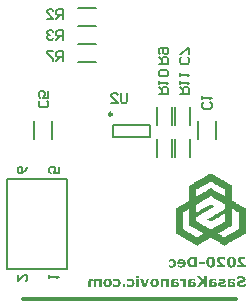
<source format=gbo>
G04*
G04 #@! TF.GenerationSoftware,Altium Limited,Altium Designer,21.0.8 (223)*
G04*
G04 Layer_Color=32896*
%FSLAX25Y25*%
%MOIN*%
G70*
G04*
G04 #@! TF.SameCoordinates,D91FEFE4-16E7-4BF4-AD38-342E90C75360*
G04*
G04*
G04 #@! TF.FilePolarity,Positive*
G04*
G01*
G75*
%ADD11C,0.00984*%
%ADD13C,0.00787*%
%ADD14C,0.00800*%
%ADD16C,0.01181*%
%ADD17C,0.00591*%
G36*
X70281Y-56724D02*
X69920D01*
Y-56904D01*
X69559D01*
Y-57085D01*
X69379D01*
Y-57265D01*
X69019D01*
Y-57445D01*
X68658D01*
Y-57625D01*
X68297D01*
Y-57806D01*
X68117D01*
Y-57986D01*
X67756D01*
Y-58166D01*
X67396D01*
Y-58347D01*
X67035D01*
Y-58527D01*
X66855D01*
Y-58707D01*
X66494D01*
Y-58887D01*
X66134D01*
Y-59068D01*
X65953D01*
Y-59248D01*
X65593D01*
Y-59428D01*
X65232D01*
Y-59609D01*
X64872D01*
Y-59789D01*
X64691D01*
Y-59969D01*
X64331D01*
Y-60150D01*
X63970D01*
Y-60330D01*
X63609D01*
Y-60510D01*
X63429D01*
Y-60690D01*
X63249D01*
Y-65739D01*
X62888D01*
Y-65919D01*
X62708D01*
Y-66099D01*
X62348D01*
Y-66280D01*
X61987D01*
Y-66460D01*
X61807D01*
Y-66640D01*
X61446D01*
Y-66821D01*
X61085D01*
Y-67001D01*
X60725D01*
Y-67181D01*
X60545D01*
Y-67361D01*
X60184D01*
Y-67542D01*
X59823D01*
Y-67722D01*
X59463D01*
Y-67902D01*
X59282D01*
Y-68083D01*
X58922D01*
Y-68263D01*
X58741D01*
Y-76737D01*
X59102D01*
Y-76917D01*
X59463D01*
Y-77098D01*
X59823D01*
Y-77278D01*
X60004D01*
Y-77458D01*
X60364D01*
Y-77639D01*
X60725D01*
Y-77819D01*
X61085D01*
Y-77999D01*
X61266D01*
Y-78179D01*
X61626D01*
Y-78360D01*
X61987D01*
Y-78540D01*
X62167D01*
Y-78720D01*
X62528D01*
Y-78901D01*
X62888D01*
Y-79081D01*
X63249D01*
Y-79261D01*
X63429D01*
Y-79441D01*
X63790D01*
Y-79622D01*
X64150D01*
Y-79802D01*
X64511D01*
Y-79982D01*
X64691D01*
Y-80163D01*
X65052D01*
Y-80343D01*
X65412D01*
Y-80523D01*
X65773D01*
Y-80704D01*
X65953D01*
Y-80523D01*
X66314D01*
Y-80343D01*
X66494D01*
Y-80163D01*
X66855D01*
Y-79982D01*
X67216D01*
Y-79802D01*
X67396D01*
Y-79622D01*
X67756D01*
Y-79441D01*
X68117D01*
Y-79261D01*
X68478D01*
Y-79081D01*
X68658D01*
Y-78901D01*
X69019D01*
Y-78720D01*
X69379D01*
Y-78540D01*
X69740D01*
Y-78360D01*
X69920D01*
Y-78179D01*
X70281D01*
Y-77999D01*
X70461D01*
Y-78179D01*
X70821D01*
Y-78360D01*
X71002D01*
Y-78540D01*
X71362D01*
Y-78720D01*
X71723D01*
Y-78901D01*
X72084D01*
Y-79081D01*
X72264D01*
Y-79261D01*
X72624D01*
Y-79441D01*
X72985D01*
Y-79622D01*
X73346D01*
Y-79802D01*
X73526D01*
Y-79982D01*
X73887D01*
Y-80163D01*
X74247D01*
Y-80343D01*
X74608D01*
Y-80523D01*
X74788D01*
Y-80704D01*
X74968D01*
Y-80523D01*
X75329D01*
Y-80343D01*
X75690D01*
Y-80163D01*
X76050D01*
Y-79982D01*
X76230D01*
Y-79802D01*
X76591D01*
Y-79622D01*
X76952D01*
Y-79441D01*
X77312D01*
Y-79261D01*
X77492D01*
Y-79081D01*
X77853D01*
Y-78901D01*
X78214D01*
Y-78720D01*
X78574D01*
Y-78540D01*
X78755D01*
Y-78360D01*
X79115D01*
Y-78179D01*
X79476D01*
Y-77999D01*
X79656D01*
Y-77819D01*
X80017D01*
Y-77639D01*
X80377D01*
Y-77458D01*
X80738D01*
Y-77278D01*
X80918D01*
Y-77098D01*
X81279D01*
Y-76917D01*
X81639D01*
Y-76737D01*
X82000D01*
Y-68263D01*
X81820D01*
Y-68083D01*
X81459D01*
Y-67902D01*
X81279D01*
Y-67722D01*
X80918D01*
Y-67542D01*
X80558D01*
Y-67361D01*
X80197D01*
Y-67181D01*
X80017D01*
Y-67001D01*
X79656D01*
Y-66821D01*
X79295D01*
Y-66640D01*
X78935D01*
Y-66460D01*
X78755D01*
Y-66280D01*
X78394D01*
Y-66099D01*
X78033D01*
Y-65919D01*
X77853D01*
Y-65739D01*
X77492D01*
Y-60690D01*
X77312D01*
Y-60510D01*
X76952D01*
Y-60330D01*
X76771D01*
Y-60150D01*
X76411D01*
Y-59969D01*
X76050D01*
Y-59789D01*
X75870D01*
Y-59609D01*
X75509D01*
Y-59428D01*
X75149D01*
Y-59248D01*
X74788D01*
Y-59068D01*
X74608D01*
Y-58887D01*
X74247D01*
Y-58707D01*
X73887D01*
Y-58527D01*
X73526D01*
Y-58347D01*
X73346D01*
Y-58166D01*
X72985D01*
Y-57986D01*
X72624D01*
Y-57806D01*
X72264D01*
Y-57625D01*
X72084D01*
Y-57445D01*
X71723D01*
Y-57265D01*
X71362D01*
Y-57085D01*
X71002D01*
Y-56904D01*
X70821D01*
Y-56724D01*
X70461D01*
Y-56544D01*
X70281D01*
Y-56724D01*
D02*
G37*
G36*
X80877Y-84322D02*
X80996Y-84330D01*
X81106Y-84343D01*
X81205Y-84355D01*
X81250Y-84363D01*
X81287Y-84367D01*
X81323Y-84376D01*
X81352Y-84380D01*
X81377Y-84384D01*
X81393Y-84388D01*
X81406Y-84392D01*
X81410D01*
X81524Y-84421D01*
X81627Y-84445D01*
X81709Y-84470D01*
X81779Y-84495D01*
X81836Y-84511D01*
X81873Y-84527D01*
X81897Y-84535D01*
X81906Y-84540D01*
Y-85323D01*
X81832D01*
X81754Y-85273D01*
X81676Y-85228D01*
X81602Y-85187D01*
X81533Y-85155D01*
X81471Y-85130D01*
X81426Y-85110D01*
X81410Y-85101D01*
X81397Y-85097D01*
X81389Y-85093D01*
X81385D01*
X81295Y-85064D01*
X81213Y-85040D01*
X81135Y-85023D01*
X81065Y-85015D01*
X81008Y-85007D01*
X80963Y-85003D01*
X80926D01*
X80823Y-85007D01*
X80733Y-85023D01*
X80655Y-85044D01*
X80594Y-85069D01*
X80545Y-85097D01*
X80508Y-85118D01*
X80487Y-85134D01*
X80479Y-85138D01*
X80426Y-85192D01*
X80389Y-85253D01*
X80360Y-85315D01*
X80344Y-85372D01*
X80331Y-85429D01*
X80327Y-85470D01*
X80323Y-85487D01*
Y-85499D01*
Y-85507D01*
Y-85511D01*
X80327Y-85585D01*
X80344Y-85659D01*
X80360Y-85729D01*
X80385Y-85790D01*
X80405Y-85843D01*
X80426Y-85880D01*
X80434Y-85897D01*
X80442Y-85909D01*
X80446Y-85913D01*
Y-85917D01*
X80499Y-85995D01*
X80561Y-86077D01*
X80626Y-86159D01*
X80692Y-86237D01*
X80754Y-86303D01*
X80782Y-86331D01*
X80807Y-86356D01*
X80823Y-86372D01*
X80840Y-86389D01*
X80848Y-86397D01*
X80852Y-86401D01*
X80930Y-86475D01*
X81012Y-86549D01*
X81098Y-86626D01*
X81180Y-86696D01*
X81254Y-86758D01*
X81283Y-86782D01*
X81311Y-86803D01*
X81332Y-86823D01*
X81352Y-86836D01*
X81360Y-86844D01*
X81365Y-86848D01*
X81483Y-86942D01*
X81598Y-87032D01*
X81705Y-87114D01*
X81803Y-87188D01*
X81844Y-87221D01*
X81881Y-87250D01*
X81918Y-87274D01*
X81947Y-87295D01*
X81967Y-87311D01*
X81988Y-87323D01*
X81996Y-87332D01*
X82000Y-87336D01*
Y-87918D01*
X79228D01*
Y-87242D01*
X80815D01*
X80774Y-87213D01*
X80729Y-87176D01*
X80680Y-87139D01*
X80626Y-87102D01*
X80581Y-87065D01*
X80545Y-87037D01*
X80516Y-87020D01*
X80512Y-87012D01*
X80508D01*
X80426Y-86946D01*
X80348Y-86885D01*
X80274Y-86819D01*
X80208Y-86766D01*
X80151Y-86717D01*
X80110Y-86676D01*
X80093Y-86663D01*
X80081Y-86651D01*
X80077Y-86647D01*
X80073Y-86643D01*
X80011Y-86581D01*
X79950Y-86524D01*
X79897Y-86467D01*
X79848Y-86409D01*
X79761Y-86307D01*
X79688Y-86212D01*
X79659Y-86171D01*
X79630Y-86134D01*
X79610Y-86102D01*
X79593Y-86077D01*
X79577Y-86053D01*
X79569Y-86036D01*
X79561Y-86028D01*
Y-86024D01*
X79503Y-85909D01*
X79462Y-85798D01*
X79433Y-85688D01*
X79413Y-85593D01*
X79405Y-85548D01*
X79401Y-85507D01*
X79396Y-85474D01*
Y-85446D01*
X79392Y-85421D01*
Y-85405D01*
Y-85392D01*
Y-85388D01*
X79396Y-85294D01*
X79409Y-85208D01*
X79425Y-85126D01*
X79446Y-85048D01*
X79474Y-84978D01*
X79503Y-84913D01*
X79536Y-84855D01*
X79565Y-84802D01*
X79597Y-84753D01*
X79630Y-84712D01*
X79659Y-84679D01*
X79688Y-84650D01*
X79708Y-84626D01*
X79725Y-84609D01*
X79737Y-84601D01*
X79741Y-84597D01*
X79811Y-84548D01*
X79884Y-84507D01*
X79962Y-84466D01*
X80044Y-84437D01*
X80130Y-84408D01*
X80212Y-84388D01*
X80376Y-84351D01*
X80454Y-84343D01*
X80524Y-84335D01*
X80590Y-84326D01*
X80643Y-84322D01*
X80688Y-84318D01*
X80754D01*
X80877Y-84322D01*
D02*
G37*
G36*
X73972D02*
X74091Y-84330D01*
X74202Y-84343D01*
X74300Y-84355D01*
X74345Y-84363D01*
X74382Y-84367D01*
X74419Y-84376D01*
X74448Y-84380D01*
X74472Y-84384D01*
X74489Y-84388D01*
X74501Y-84392D01*
X74505D01*
X74620Y-84421D01*
X74722Y-84445D01*
X74805Y-84470D01*
X74874Y-84495D01*
X74932Y-84511D01*
X74968Y-84527D01*
X74993Y-84535D01*
X75001Y-84540D01*
Y-85323D01*
X74928D01*
X74850Y-85273D01*
X74772Y-85228D01*
X74698Y-85187D01*
X74628Y-85155D01*
X74567Y-85130D01*
X74522Y-85110D01*
X74505Y-85101D01*
X74493Y-85097D01*
X74485Y-85093D01*
X74481D01*
X74390Y-85064D01*
X74308Y-85040D01*
X74230Y-85023D01*
X74161Y-85015D01*
X74103Y-85007D01*
X74058Y-85003D01*
X74021D01*
X73919Y-85007D01*
X73829Y-85023D01*
X73751Y-85044D01*
X73689Y-85069D01*
X73640Y-85097D01*
X73603Y-85118D01*
X73583Y-85134D01*
X73575Y-85138D01*
X73521Y-85192D01*
X73484Y-85253D01*
X73456Y-85315D01*
X73439Y-85372D01*
X73427Y-85429D01*
X73423Y-85470D01*
X73419Y-85487D01*
Y-85499D01*
Y-85507D01*
Y-85511D01*
X73423Y-85585D01*
X73439Y-85659D01*
X73456Y-85729D01*
X73480Y-85790D01*
X73501Y-85843D01*
X73521Y-85880D01*
X73529Y-85897D01*
X73538Y-85909D01*
X73542Y-85913D01*
Y-85917D01*
X73595Y-85995D01*
X73656Y-86077D01*
X73722Y-86159D01*
X73788Y-86237D01*
X73849Y-86303D01*
X73878Y-86331D01*
X73902Y-86356D01*
X73919Y-86372D01*
X73935Y-86389D01*
X73944Y-86397D01*
X73948Y-86401D01*
X74025Y-86475D01*
X74107Y-86549D01*
X74194Y-86626D01*
X74276Y-86696D01*
X74349Y-86758D01*
X74378Y-86782D01*
X74407Y-86803D01*
X74427Y-86823D01*
X74448Y-86836D01*
X74456Y-86844D01*
X74460Y-86848D01*
X74579Y-86942D01*
X74694Y-87032D01*
X74800Y-87114D01*
X74899Y-87188D01*
X74940Y-87221D01*
X74977Y-87250D01*
X75014Y-87274D01*
X75042Y-87295D01*
X75063Y-87311D01*
X75083Y-87323D01*
X75091Y-87332D01*
X75096Y-87336D01*
Y-87918D01*
X72324D01*
Y-87242D01*
X73911D01*
X73870Y-87213D01*
X73825Y-87176D01*
X73775Y-87139D01*
X73722Y-87102D01*
X73677Y-87065D01*
X73640Y-87037D01*
X73611Y-87020D01*
X73607Y-87012D01*
X73603D01*
X73521Y-86946D01*
X73443Y-86885D01*
X73369Y-86819D01*
X73304Y-86766D01*
X73247Y-86717D01*
X73206Y-86676D01*
X73189Y-86663D01*
X73177Y-86651D01*
X73173Y-86647D01*
X73169Y-86643D01*
X73107Y-86581D01*
X73046Y-86524D01*
X72992Y-86467D01*
X72943Y-86409D01*
X72857Y-86307D01*
X72783Y-86212D01*
X72755Y-86171D01*
X72726Y-86134D01*
X72705Y-86102D01*
X72689Y-86077D01*
X72672Y-86053D01*
X72664Y-86036D01*
X72656Y-86028D01*
Y-86024D01*
X72599Y-85909D01*
X72558Y-85798D01*
X72529Y-85688D01*
X72509Y-85593D01*
X72500Y-85548D01*
X72496Y-85507D01*
X72492Y-85474D01*
Y-85446D01*
X72488Y-85421D01*
Y-85405D01*
Y-85392D01*
Y-85388D01*
X72492Y-85294D01*
X72504Y-85208D01*
X72521Y-85126D01*
X72541Y-85048D01*
X72570Y-84978D01*
X72599Y-84913D01*
X72632Y-84855D01*
X72660Y-84802D01*
X72693Y-84753D01*
X72726Y-84712D01*
X72755Y-84679D01*
X72783Y-84650D01*
X72804Y-84626D01*
X72820Y-84609D01*
X72832Y-84601D01*
X72837Y-84597D01*
X72906Y-84548D01*
X72980Y-84507D01*
X73058Y-84466D01*
X73140Y-84437D01*
X73226Y-84408D01*
X73308Y-84388D01*
X73472Y-84351D01*
X73550Y-84343D01*
X73620Y-84335D01*
X73685Y-84326D01*
X73738Y-84322D01*
X73784Y-84318D01*
X73849D01*
X73972Y-84322D01*
D02*
G37*
G36*
X68367Y-86692D02*
X66559D01*
Y-86007D01*
X68367D01*
Y-86692D01*
D02*
G37*
G36*
X57384Y-85183D02*
X57494Y-85192D01*
X57593Y-85204D01*
X57679Y-85220D01*
X57720Y-85228D01*
X57753Y-85237D01*
X57785Y-85241D01*
X57810Y-85249D01*
X57831Y-85253D01*
X57847Y-85257D01*
X57855Y-85261D01*
X57859D01*
X57962Y-85294D01*
X58056Y-85331D01*
X58142Y-85372D01*
X58212Y-85413D01*
X58273Y-85450D01*
X58298Y-85466D01*
X58318Y-85479D01*
X58335Y-85491D01*
X58347Y-85499D01*
X58351Y-85507D01*
X58355D01*
X58433Y-85577D01*
X58503Y-85651D01*
X58564Y-85725D01*
X58614Y-85798D01*
X58655Y-85860D01*
X58667Y-85884D01*
X58679Y-85909D01*
X58692Y-85930D01*
X58700Y-85942D01*
X58704Y-85950D01*
Y-85954D01*
X58745Y-86061D01*
X58773Y-86167D01*
X58798Y-86278D01*
X58810Y-86376D01*
X58815Y-86422D01*
X58819Y-86467D01*
X58823Y-86503D01*
Y-86536D01*
X58827Y-86561D01*
Y-86581D01*
Y-86594D01*
Y-86598D01*
X58823Y-86725D01*
X58810Y-86844D01*
X58790Y-86950D01*
X58782Y-86996D01*
X58769Y-87041D01*
X58757Y-87077D01*
X58749Y-87114D01*
X58737Y-87143D01*
X58728Y-87168D01*
X58724Y-87188D01*
X58716Y-87205D01*
X58712Y-87213D01*
Y-87217D01*
X58663Y-87311D01*
X58614Y-87397D01*
X58556Y-87471D01*
X58503Y-87533D01*
X58458Y-87582D01*
X58421Y-87619D01*
X58392Y-87643D01*
X58388Y-87647D01*
X58384Y-87651D01*
X58302Y-87713D01*
X58216Y-87762D01*
X58134Y-87807D01*
X58052Y-87844D01*
X57986Y-87869D01*
X57958Y-87881D01*
X57933Y-87889D01*
X57912Y-87897D01*
X57896Y-87902D01*
X57888Y-87906D01*
X57884D01*
X57773Y-87934D01*
X57662Y-87955D01*
X57556Y-87967D01*
X57457Y-87975D01*
X57412Y-87980D01*
X57375Y-87984D01*
X57339D01*
X57306Y-87988D01*
X57248D01*
X57150Y-87984D01*
X57060Y-87980D01*
X56978Y-87971D01*
X56908Y-87959D01*
X56846Y-87947D01*
X56822Y-87943D01*
X56801Y-87938D01*
X56785Y-87934D01*
X56773D01*
X56769Y-87930D01*
X56765D01*
X56682Y-87910D01*
X56605Y-87885D01*
X56531Y-87861D01*
X56469Y-87836D01*
X56416Y-87815D01*
X56375Y-87799D01*
X56359Y-87791D01*
X56346Y-87787D01*
X56342Y-87783D01*
X56338D01*
Y-87053D01*
X56461D01*
X56502Y-87094D01*
X56539Y-87127D01*
X56555Y-87139D01*
X56564Y-87151D01*
X56572Y-87155D01*
X56576Y-87160D01*
X56625Y-87196D01*
X56670Y-87225D01*
X56687Y-87242D01*
X56703Y-87250D01*
X56711Y-87254D01*
X56715Y-87258D01*
X56748Y-87274D01*
X56785Y-87291D01*
X56855Y-87319D01*
X56888Y-87328D01*
X56912Y-87336D01*
X56928Y-87344D01*
X56933D01*
X57031Y-87365D01*
X57080Y-87369D01*
X57125Y-87373D01*
X57162Y-87377D01*
X57220D01*
X57281Y-87373D01*
X57343Y-87369D01*
X57449Y-87344D01*
X57543Y-87315D01*
X57617Y-87278D01*
X57650Y-87258D01*
X57679Y-87242D01*
X57703Y-87225D01*
X57720Y-87209D01*
X57736Y-87196D01*
X57749Y-87188D01*
X57753Y-87184D01*
X57757Y-87180D01*
X57789Y-87139D01*
X57818Y-87098D01*
X57863Y-87004D01*
X57896Y-86909D01*
X57917Y-86815D01*
X57933Y-86729D01*
X57937Y-86692D01*
Y-86659D01*
X57941Y-86635D01*
Y-86614D01*
Y-86602D01*
Y-86598D01*
X57937Y-86528D01*
X57933Y-86467D01*
X57912Y-86348D01*
X57900Y-86294D01*
X57884Y-86245D01*
X57867Y-86204D01*
X57851Y-86163D01*
X57835Y-86126D01*
X57818Y-86098D01*
X57802Y-86069D01*
X57789Y-86048D01*
X57777Y-86028D01*
X57769Y-86016D01*
X57761Y-86011D01*
Y-86007D01*
X57724Y-85970D01*
X57687Y-85934D01*
X57642Y-85905D01*
X57601Y-85880D01*
X57515Y-85843D01*
X57429Y-85819D01*
X57355Y-85802D01*
X57322Y-85798D01*
X57293Y-85794D01*
X57269Y-85790D01*
X57179D01*
X57129Y-85794D01*
X57080Y-85802D01*
X57043Y-85807D01*
X57011Y-85815D01*
X56986Y-85823D01*
X56969Y-85827D01*
X56965D01*
X56883Y-85856D01*
X56846Y-85868D01*
X56814Y-85880D01*
X56789Y-85893D01*
X56769Y-85905D01*
X56756Y-85909D01*
X56752Y-85913D01*
X56682Y-85954D01*
X56654Y-85970D01*
X56629Y-85987D01*
X56609Y-86003D01*
X56592Y-86016D01*
X56584Y-86020D01*
X56580Y-86024D01*
X56531Y-86065D01*
X56494Y-86093D01*
X56469Y-86114D01*
X56465Y-86122D01*
X56338D01*
Y-85396D01*
X56416Y-85360D01*
X56490Y-85331D01*
X56564Y-85302D01*
X56629Y-85282D01*
X56687Y-85265D01*
X56728Y-85253D01*
X56744Y-85245D01*
X56756D01*
X56765Y-85241D01*
X56769D01*
X56855Y-85220D01*
X56945Y-85204D01*
X57027Y-85196D01*
X57105Y-85187D01*
X57174Y-85183D01*
X57203Y-85179D01*
X57273D01*
X57384Y-85183D01*
D02*
G37*
G36*
X60672Y-85175D02*
X60795Y-85187D01*
X60905Y-85208D01*
X61012Y-85233D01*
X61111Y-85261D01*
X61205Y-85294D01*
X61287Y-85327D01*
X61361Y-85364D01*
X61426Y-85401D01*
X61488Y-85433D01*
X61537Y-85466D01*
X61578Y-85495D01*
X61611Y-85519D01*
X61631Y-85540D01*
X61648Y-85552D01*
X61652Y-85556D01*
X61721Y-85630D01*
X61783Y-85712D01*
X61836Y-85794D01*
X61885Y-85880D01*
X61922Y-85970D01*
X61955Y-86057D01*
X61984Y-86143D01*
X62004Y-86225D01*
X62021Y-86303D01*
X62033Y-86372D01*
X62041Y-86438D01*
X62045Y-86491D01*
X62049Y-86536D01*
X62054Y-86573D01*
Y-86594D01*
Y-86602D01*
X62049Y-86725D01*
X62033Y-86840D01*
X62012Y-86946D01*
X61988Y-87045D01*
X61955Y-87135D01*
X61918Y-87221D01*
X61881Y-87299D01*
X61840Y-87369D01*
X61799Y-87430D01*
X61762Y-87483D01*
X61725Y-87529D01*
X61693Y-87565D01*
X61668Y-87594D01*
X61643Y-87615D01*
X61631Y-87627D01*
X61627Y-87631D01*
X61541Y-87692D01*
X61451Y-87750D01*
X61357Y-87795D01*
X61254Y-87836D01*
X61156Y-87873D01*
X61053Y-87902D01*
X60951Y-87922D01*
X60852Y-87943D01*
X60762Y-87959D01*
X60676Y-87967D01*
X60598Y-87975D01*
X60532Y-87984D01*
X60479D01*
X60438Y-87988D01*
X60401D01*
X60286Y-87984D01*
X60180Y-87980D01*
X60085Y-87971D01*
X59999Y-87959D01*
X59967Y-87955D01*
X59934Y-87951D01*
X59905Y-87947D01*
X59881Y-87943D01*
X59860Y-87938D01*
X59848D01*
X59839Y-87934D01*
X59835D01*
X59737Y-87914D01*
X59639Y-87889D01*
X59548Y-87861D01*
X59462Y-87832D01*
X59393Y-87807D01*
X59360Y-87799D01*
X59335Y-87791D01*
X59315Y-87783D01*
X59298Y-87774D01*
X59290Y-87770D01*
X59286D01*
Y-87082D01*
X59384D01*
X59442Y-87123D01*
X59507Y-87164D01*
X59573Y-87200D01*
X59639Y-87229D01*
X59696Y-87258D01*
X59741Y-87278D01*
X59758Y-87287D01*
X59770Y-87291D01*
X59778Y-87295D01*
X59782D01*
X59876Y-87328D01*
X59971Y-87352D01*
X60061Y-87369D01*
X60139Y-87381D01*
X60208Y-87389D01*
X60237D01*
X60262Y-87393D01*
X60385D01*
X60459Y-87385D01*
X60524Y-87377D01*
X60590Y-87369D01*
X60647Y-87356D01*
X60701Y-87340D01*
X60746Y-87328D01*
X60791Y-87311D01*
X60828Y-87295D01*
X60860Y-87283D01*
X60889Y-87266D01*
X60914Y-87254D01*
X60930Y-87246D01*
X60942Y-87237D01*
X60951Y-87229D01*
X60955D01*
X60992Y-87196D01*
X61028Y-87160D01*
X61057Y-87123D01*
X61082Y-87082D01*
X61123Y-87000D01*
X61151Y-86922D01*
X61172Y-86852D01*
X61176Y-86819D01*
X61184Y-86795D01*
Y-86770D01*
X61188Y-86754D01*
Y-86745D01*
Y-86741D01*
X59237D01*
Y-86446D01*
X59241Y-86335D01*
X59249Y-86229D01*
X59266Y-86130D01*
X59286Y-86040D01*
X59315Y-85954D01*
X59339Y-85876D01*
X59372Y-85807D01*
X59401Y-85745D01*
X59430Y-85688D01*
X59462Y-85638D01*
X59487Y-85597D01*
X59512Y-85565D01*
X59536Y-85536D01*
X59553Y-85519D01*
X59561Y-85507D01*
X59565Y-85503D01*
X59630Y-85446D01*
X59700Y-85392D01*
X59778Y-85347D01*
X59856Y-85310D01*
X59938Y-85278D01*
X60020Y-85253D01*
X60098Y-85228D01*
X60176Y-85212D01*
X60254Y-85200D01*
X60319Y-85187D01*
X60385Y-85179D01*
X60438Y-85175D01*
X60483D01*
X60516Y-85171D01*
X60545D01*
X60672Y-85175D01*
D02*
G37*
G36*
X65846Y-87918D02*
X64604D01*
X64452Y-87914D01*
X64313Y-87910D01*
X64247Y-87902D01*
X64186Y-87897D01*
X64132Y-87893D01*
X64079Y-87885D01*
X64034Y-87881D01*
X63993Y-87877D01*
X63960Y-87869D01*
X63927Y-87865D01*
X63907Y-87861D01*
X63886D01*
X63878Y-87857D01*
X63874D01*
X63759Y-87828D01*
X63652Y-87795D01*
X63558Y-87762D01*
X63472Y-87725D01*
X63435Y-87709D01*
X63402Y-87692D01*
X63374Y-87676D01*
X63349Y-87664D01*
X63329Y-87656D01*
X63316Y-87647D01*
X63308Y-87639D01*
X63304D01*
X63243Y-87598D01*
X63181Y-87553D01*
X63070Y-87459D01*
X62972Y-87356D01*
X62890Y-87262D01*
X62853Y-87217D01*
X62824Y-87176D01*
X62796Y-87139D01*
X62775Y-87106D01*
X62759Y-87077D01*
X62742Y-87057D01*
X62738Y-87045D01*
X62734Y-87041D01*
X62693Y-86967D01*
X62660Y-86889D01*
X62628Y-86815D01*
X62603Y-86737D01*
X62562Y-86590D01*
X62550Y-86520D01*
X62537Y-86450D01*
X62529Y-86389D01*
X62521Y-86331D01*
X62517Y-86282D01*
X62513Y-86237D01*
X62509Y-86204D01*
Y-86176D01*
Y-86159D01*
Y-86155D01*
X62513Y-86061D01*
X62517Y-85970D01*
X62529Y-85884D01*
X62541Y-85798D01*
X62558Y-85720D01*
X62574Y-85647D01*
X62595Y-85581D01*
X62615Y-85519D01*
X62636Y-85462D01*
X62656Y-85413D01*
X62673Y-85368D01*
X62689Y-85331D01*
X62701Y-85302D01*
X62714Y-85282D01*
X62718Y-85269D01*
X62722Y-85265D01*
X62808Y-85130D01*
X62898Y-85011D01*
X62947Y-84958D01*
X62997Y-84909D01*
X63042Y-84864D01*
X63087Y-84822D01*
X63128Y-84786D01*
X63169Y-84753D01*
X63206Y-84728D01*
X63234Y-84704D01*
X63259Y-84687D01*
X63279Y-84675D01*
X63292Y-84667D01*
X63296Y-84663D01*
X63378Y-84618D01*
X63468Y-84576D01*
X63558Y-84540D01*
X63640Y-84511D01*
X63714Y-84486D01*
X63747Y-84478D01*
X63771Y-84470D01*
X63796Y-84466D01*
X63812Y-84462D01*
X63821Y-84458D01*
X63825D01*
X63948Y-84433D01*
X64071Y-84417D01*
X64198Y-84400D01*
X64313Y-84392D01*
X64366Y-84388D01*
X64456D01*
X64493Y-84384D01*
X65846D01*
Y-87918D01*
D02*
G37*
G36*
X77400Y-84314D02*
X77531Y-84326D01*
X77646Y-84347D01*
X77695Y-84359D01*
X77744Y-84367D01*
X77785Y-84380D01*
X77822Y-84392D01*
X77855Y-84400D01*
X77884Y-84408D01*
X77904Y-84417D01*
X77921Y-84425D01*
X77929Y-84429D01*
X77933D01*
X78031Y-84478D01*
X78121Y-84531D01*
X78199Y-84589D01*
X78261Y-84646D01*
X78314Y-84695D01*
X78351Y-84741D01*
X78367Y-84757D01*
X78376Y-84765D01*
X78380Y-84773D01*
X78384Y-84777D01*
X78445Y-84868D01*
X78499Y-84966D01*
X78544Y-85060D01*
X78581Y-85150D01*
X78605Y-85233D01*
X78618Y-85265D01*
X78626Y-85294D01*
X78634Y-85319D01*
X78638Y-85335D01*
X78642Y-85347D01*
Y-85351D01*
X78667Y-85483D01*
X78687Y-85618D01*
X78699Y-85753D01*
X78712Y-85880D01*
Y-85934D01*
X78716Y-85987D01*
Y-86032D01*
X78720Y-86073D01*
Y-86106D01*
Y-86130D01*
Y-86147D01*
Y-86151D01*
X78716Y-86315D01*
X78708Y-86462D01*
X78704Y-86532D01*
X78695Y-86598D01*
X78687Y-86659D01*
X78679Y-86717D01*
X78675Y-86766D01*
X78667Y-86811D01*
X78658Y-86852D01*
X78654Y-86885D01*
X78650Y-86909D01*
X78646Y-86930D01*
X78642Y-86942D01*
Y-86946D01*
X78609Y-87069D01*
X78568Y-87180D01*
X78527Y-87278D01*
X78486Y-87365D01*
X78470Y-87401D01*
X78449Y-87434D01*
X78433Y-87459D01*
X78421Y-87483D01*
X78408Y-87500D01*
X78400Y-87512D01*
X78392Y-87520D01*
Y-87524D01*
X78322Y-87606D01*
X78244Y-87676D01*
X78171Y-87738D01*
X78097Y-87787D01*
X78035Y-87828D01*
X78007Y-87844D01*
X77982Y-87857D01*
X77966Y-87865D01*
X77949Y-87873D01*
X77941Y-87877D01*
X77937D01*
X77826Y-87914D01*
X77711Y-87943D01*
X77601Y-87963D01*
X77494Y-87975D01*
X77445Y-87984D01*
X77400D01*
X77363Y-87988D01*
X77326Y-87992D01*
X77260D01*
X77117Y-87988D01*
X76986Y-87975D01*
X76924Y-87963D01*
X76871Y-87955D01*
X76818Y-87947D01*
X76772Y-87934D01*
X76727Y-87922D01*
X76691Y-87914D01*
X76658Y-87902D01*
X76633Y-87893D01*
X76613Y-87889D01*
X76596Y-87881D01*
X76588Y-87877D01*
X76584D01*
X76486Y-87828D01*
X76399Y-87770D01*
X76322Y-87713D01*
X76256Y-87660D01*
X76203Y-87606D01*
X76166Y-87565D01*
X76149Y-87549D01*
X76141Y-87537D01*
X76133Y-87533D01*
Y-87529D01*
X76076Y-87438D01*
X76022Y-87344D01*
X75981Y-87246D01*
X75944Y-87155D01*
X75916Y-87073D01*
X75907Y-87041D01*
X75899Y-87008D01*
X75891Y-86983D01*
X75887Y-86967D01*
X75883Y-86954D01*
Y-86950D01*
X75854Y-86815D01*
X75834Y-86676D01*
X75821Y-86540D01*
X75817Y-86479D01*
X75809Y-86417D01*
Y-86364D01*
X75805Y-86311D01*
Y-86266D01*
X75801Y-86225D01*
Y-86196D01*
Y-86171D01*
Y-86155D01*
Y-86151D01*
X75805Y-85987D01*
X75813Y-85839D01*
X75821Y-85770D01*
X75825Y-85704D01*
X75834Y-85647D01*
X75842Y-85589D01*
X75850Y-85540D01*
X75858Y-85495D01*
X75862Y-85458D01*
X75871Y-85425D01*
X75875Y-85396D01*
X75879Y-85380D01*
X75883Y-85368D01*
Y-85364D01*
X75916Y-85241D01*
X75957Y-85130D01*
X75998Y-85032D01*
X76039Y-84950D01*
X76055Y-84913D01*
X76076Y-84880D01*
X76092Y-84855D01*
X76104Y-84831D01*
X76117Y-84814D01*
X76125Y-84802D01*
X76129Y-84794D01*
X76133Y-84790D01*
X76203Y-84708D01*
X76276Y-84634D01*
X76354Y-84572D01*
X76424Y-84523D01*
X76490Y-84482D01*
X76514Y-84466D01*
X76539Y-84453D01*
X76559Y-84445D01*
X76572Y-84437D01*
X76580Y-84433D01*
X76584D01*
X76691Y-84392D01*
X76805Y-84363D01*
X76920Y-84339D01*
X77027Y-84326D01*
X77072Y-84318D01*
X77117D01*
X77158Y-84314D01*
X77195Y-84310D01*
X77260D01*
X77400Y-84314D01*
D02*
G37*
G36*
X70495D02*
X70627Y-84326D01*
X70741Y-84347D01*
X70791Y-84359D01*
X70840Y-84367D01*
X70881Y-84380D01*
X70918Y-84392D01*
X70951Y-84400D01*
X70979Y-84408D01*
X71000Y-84417D01*
X71016Y-84425D01*
X71024Y-84429D01*
X71028D01*
X71127Y-84478D01*
X71217Y-84531D01*
X71295Y-84589D01*
X71356Y-84646D01*
X71410Y-84695D01*
X71447Y-84741D01*
X71463Y-84757D01*
X71471Y-84765D01*
X71475Y-84773D01*
X71479Y-84777D01*
X71541Y-84868D01*
X71594Y-84966D01*
X71639Y-85060D01*
X71676Y-85150D01*
X71701Y-85233D01*
X71713Y-85265D01*
X71721Y-85294D01*
X71729Y-85319D01*
X71734Y-85335D01*
X71738Y-85347D01*
Y-85351D01*
X71762Y-85483D01*
X71783Y-85618D01*
X71795Y-85753D01*
X71807Y-85880D01*
Y-85934D01*
X71811Y-85987D01*
Y-86032D01*
X71816Y-86073D01*
Y-86106D01*
Y-86130D01*
Y-86147D01*
Y-86151D01*
X71811Y-86315D01*
X71803Y-86462D01*
X71799Y-86532D01*
X71791Y-86598D01*
X71783Y-86659D01*
X71775Y-86717D01*
X71771Y-86766D01*
X71762Y-86811D01*
X71754Y-86852D01*
X71750Y-86885D01*
X71746Y-86909D01*
X71742Y-86930D01*
X71738Y-86942D01*
Y-86946D01*
X71705Y-87069D01*
X71664Y-87180D01*
X71623Y-87278D01*
X71582Y-87365D01*
X71566Y-87401D01*
X71545Y-87434D01*
X71529Y-87459D01*
X71516Y-87483D01*
X71504Y-87500D01*
X71496Y-87512D01*
X71488Y-87520D01*
Y-87524D01*
X71418Y-87606D01*
X71340Y-87676D01*
X71266Y-87738D01*
X71192Y-87787D01*
X71131Y-87828D01*
X71102Y-87844D01*
X71078Y-87857D01*
X71061Y-87865D01*
X71045Y-87873D01*
X71037Y-87877D01*
X71033D01*
X70922Y-87914D01*
X70807Y-87943D01*
X70696Y-87963D01*
X70590Y-87975D01*
X70540Y-87984D01*
X70495D01*
X70459Y-87988D01*
X70422Y-87992D01*
X70356D01*
X70213Y-87988D01*
X70081Y-87975D01*
X70020Y-87963D01*
X69967Y-87955D01*
X69913Y-87947D01*
X69868Y-87934D01*
X69823Y-87922D01*
X69786Y-87914D01*
X69753Y-87902D01*
X69729Y-87893D01*
X69708Y-87889D01*
X69692Y-87881D01*
X69684Y-87877D01*
X69679D01*
X69581Y-87828D01*
X69495Y-87770D01*
X69417Y-87713D01*
X69352Y-87660D01*
X69298Y-87606D01*
X69261Y-87565D01*
X69245Y-87549D01*
X69237Y-87537D01*
X69229Y-87533D01*
Y-87529D01*
X69171Y-87438D01*
X69118Y-87344D01*
X69077Y-87246D01*
X69040Y-87155D01*
X69011Y-87073D01*
X69003Y-87041D01*
X68995Y-87008D01*
X68987Y-86983D01*
X68982Y-86967D01*
X68978Y-86954D01*
Y-86950D01*
X68950Y-86815D01*
X68929Y-86676D01*
X68917Y-86540D01*
X68913Y-86479D01*
X68905Y-86417D01*
Y-86364D01*
X68901Y-86311D01*
Y-86266D01*
X68896Y-86225D01*
Y-86196D01*
Y-86171D01*
Y-86155D01*
Y-86151D01*
X68901Y-85987D01*
X68909Y-85839D01*
X68917Y-85770D01*
X68921Y-85704D01*
X68929Y-85647D01*
X68937Y-85589D01*
X68946Y-85540D01*
X68954Y-85495D01*
X68958Y-85458D01*
X68966Y-85425D01*
X68970Y-85396D01*
X68974Y-85380D01*
X68978Y-85368D01*
Y-85364D01*
X69011Y-85241D01*
X69052Y-85130D01*
X69093Y-85032D01*
X69134Y-84950D01*
X69151Y-84913D01*
X69171Y-84880D01*
X69187Y-84855D01*
X69200Y-84831D01*
X69212Y-84814D01*
X69220Y-84802D01*
X69224Y-84794D01*
X69229Y-84790D01*
X69298Y-84708D01*
X69372Y-84634D01*
X69450Y-84572D01*
X69520Y-84523D01*
X69585Y-84482D01*
X69610Y-84466D01*
X69634Y-84453D01*
X69655Y-84445D01*
X69667Y-84437D01*
X69675Y-84433D01*
X69679D01*
X69786Y-84392D01*
X69901Y-84363D01*
X70016Y-84339D01*
X70122Y-84326D01*
X70167Y-84318D01*
X70213D01*
X70253Y-84314D01*
X70290Y-84310D01*
X70356D01*
X70495Y-84314D01*
D02*
G37*
G36*
X46441Y-91376D02*
X45535D01*
Y-90728D01*
X46441D01*
Y-91376D01*
D02*
G37*
G36*
X32316Y-91683D02*
X32398Y-91696D01*
X32476Y-91712D01*
X32542Y-91728D01*
X32595Y-91745D01*
X32636Y-91761D01*
X32652Y-91769D01*
X32665Y-91773D01*
X32669Y-91778D01*
X32673D01*
X32747Y-91819D01*
X32825Y-91860D01*
X32894Y-91905D01*
X32956Y-91950D01*
X33013Y-91987D01*
X33054Y-92019D01*
X33071Y-92032D01*
X33083Y-92040D01*
X33087Y-92044D01*
X33091Y-92048D01*
Y-91753D01*
X33948D01*
Y-94418D01*
X33091D01*
Y-92528D01*
X33017Y-92487D01*
X32985Y-92471D01*
X32952Y-92454D01*
X32923Y-92442D01*
X32903Y-92430D01*
X32886Y-92425D01*
X32882Y-92421D01*
X32837Y-92405D01*
X32792Y-92388D01*
X32751Y-92380D01*
X32714Y-92376D01*
X32681Y-92372D01*
X32656Y-92368D01*
X32583D01*
X32533Y-92376D01*
X32493Y-92380D01*
X32456Y-92388D01*
X32431Y-92397D01*
X32410Y-92401D01*
X32398Y-92409D01*
X32394D01*
X32337Y-92446D01*
X32296Y-92487D01*
X32283Y-92503D01*
X32271Y-92520D01*
X32263Y-92528D01*
Y-92532D01*
X32251Y-92565D01*
X32238Y-92602D01*
X32222Y-92676D01*
X32218Y-92708D01*
X32214Y-92733D01*
Y-92749D01*
Y-92757D01*
X32210Y-92811D01*
X32206Y-92864D01*
Y-92922D01*
X32201Y-92971D01*
Y-93016D01*
Y-93053D01*
Y-93077D01*
Y-93081D01*
Y-93085D01*
Y-94418D01*
X31345D01*
Y-92528D01*
X31291Y-92499D01*
X31246Y-92471D01*
X31205Y-92450D01*
X31168Y-92434D01*
X31139Y-92421D01*
X31115Y-92413D01*
X31103Y-92405D01*
X31098D01*
X31021Y-92384D01*
X30988Y-92376D01*
X30955Y-92372D01*
X30930Y-92368D01*
X30832D01*
X30783Y-92376D01*
X30742Y-92380D01*
X30705Y-92388D01*
X30680Y-92397D01*
X30660Y-92401D01*
X30648Y-92409D01*
X30643D01*
X30615Y-92425D01*
X30586Y-92446D01*
X30566Y-92466D01*
X30549Y-92487D01*
X30533Y-92503D01*
X30525Y-92520D01*
X30516Y-92528D01*
Y-92532D01*
X30504Y-92565D01*
X30492Y-92602D01*
X30475Y-92676D01*
X30471Y-92704D01*
X30467Y-92729D01*
Y-92749D01*
Y-92753D01*
X30463Y-92807D01*
X30459Y-92864D01*
Y-92917D01*
X30455Y-92971D01*
Y-93016D01*
Y-93053D01*
Y-93077D01*
Y-93081D01*
Y-93085D01*
Y-94418D01*
X29598D01*
Y-92684D01*
X29602Y-92593D01*
X29606Y-92511D01*
X29618Y-92434D01*
X29635Y-92364D01*
X29651Y-92298D01*
X29668Y-92237D01*
X29688Y-92179D01*
X29709Y-92130D01*
X29733Y-92085D01*
X29754Y-92048D01*
X29770Y-92015D01*
X29787Y-91991D01*
X29803Y-91970D01*
X29815Y-91954D01*
X29819Y-91946D01*
X29823Y-91942D01*
X29869Y-91896D01*
X29918Y-91856D01*
X29967Y-91819D01*
X30020Y-91790D01*
X30073Y-91765D01*
X30131Y-91745D01*
X30237Y-91712D01*
X30287Y-91700D01*
X30332Y-91691D01*
X30373Y-91687D01*
X30410Y-91683D01*
X30438Y-91679D01*
X30479D01*
X30566Y-91683D01*
X30652Y-91700D01*
X30729Y-91720D01*
X30799Y-91741D01*
X30861Y-91765D01*
X30889Y-91778D01*
X30910Y-91786D01*
X30926Y-91794D01*
X30939Y-91802D01*
X30947Y-91806D01*
X30951D01*
X31041Y-91856D01*
X31131Y-91909D01*
X31213Y-91966D01*
X31291Y-92019D01*
X31353Y-92069D01*
X31381Y-92089D01*
X31402Y-92106D01*
X31422Y-92122D01*
X31435Y-92134D01*
X31443Y-92138D01*
X31447Y-92142D01*
X31492Y-92065D01*
X31545Y-91995D01*
X31599Y-91933D01*
X31648Y-91884D01*
X31693Y-91847D01*
X31730Y-91819D01*
X31754Y-91802D01*
X31759Y-91798D01*
X31763D01*
X31841Y-91757D01*
X31918Y-91728D01*
X31996Y-91708D01*
X32070Y-91696D01*
X32132Y-91683D01*
X32160D01*
X32181Y-91679D01*
X32226D01*
X32316Y-91683D01*
D02*
G37*
G36*
X77539Y-91687D02*
X77646Y-91696D01*
X77736Y-91704D01*
X77777Y-91708D01*
X77814Y-91712D01*
X77847Y-91716D01*
X77875Y-91720D01*
X77900Y-91724D01*
X77916D01*
X77925Y-91728D01*
X77929D01*
X78035Y-91745D01*
X78126Y-91761D01*
X78199Y-91778D01*
X78261Y-91790D01*
X78306Y-91798D01*
X78339Y-91806D01*
X78355Y-91815D01*
X78363D01*
Y-92454D01*
X78285D01*
X78240Y-92438D01*
X78187Y-92421D01*
X78134Y-92401D01*
X78076Y-92384D01*
X78027Y-92368D01*
X77982Y-92356D01*
X77966Y-92352D01*
X77957Y-92348D01*
X77949Y-92343D01*
X77945D01*
X77859Y-92319D01*
X77773Y-92298D01*
X77699Y-92286D01*
X77629Y-92274D01*
X77572Y-92270D01*
X77531Y-92265D01*
X77494D01*
X77371Y-92270D01*
X77264Y-92278D01*
X77174Y-92294D01*
X77100Y-92307D01*
X77068Y-92315D01*
X77039Y-92323D01*
X77018Y-92331D01*
X76998Y-92339D01*
X76986Y-92343D01*
X76973Y-92348D01*
X76965Y-92352D01*
X76932Y-92368D01*
X76904Y-92388D01*
X76863Y-92434D01*
X76830Y-92483D01*
X76805Y-92532D01*
X76793Y-92581D01*
X76789Y-92618D01*
X76785Y-92634D01*
Y-92647D01*
Y-92651D01*
Y-92655D01*
Y-92667D01*
X76924Y-92676D01*
X77060Y-92688D01*
X77183Y-92700D01*
X77240Y-92704D01*
X77289Y-92712D01*
X77338Y-92716D01*
X77383Y-92721D01*
X77420Y-92725D01*
X77453Y-92729D01*
X77478Y-92733D01*
X77498D01*
X77510Y-92737D01*
X77515D01*
X77642Y-92757D01*
X77752Y-92778D01*
X77855Y-92807D01*
X77937Y-92831D01*
X77974Y-92839D01*
X78007Y-92852D01*
X78035Y-92864D01*
X78060Y-92872D01*
X78076Y-92876D01*
X78089Y-92885D01*
X78097Y-92889D01*
X78101D01*
X78183Y-92930D01*
X78257Y-92979D01*
X78322Y-93028D01*
X78376Y-93073D01*
X78417Y-93114D01*
X78445Y-93151D01*
X78462Y-93172D01*
X78470Y-93176D01*
Y-93180D01*
X78511Y-93254D01*
X78544Y-93331D01*
X78564Y-93409D01*
X78581Y-93487D01*
X78589Y-93553D01*
X78593Y-93582D01*
Y-93606D01*
X78597Y-93627D01*
Y-93643D01*
Y-93651D01*
Y-93655D01*
X78593Y-93721D01*
X78585Y-93787D01*
X78572Y-93844D01*
X78556Y-93901D01*
X78515Y-94004D01*
X78495Y-94049D01*
X78470Y-94090D01*
X78445Y-94127D01*
X78425Y-94160D01*
X78400Y-94188D01*
X78384Y-94213D01*
X78367Y-94229D01*
X78355Y-94242D01*
X78347Y-94250D01*
X78343Y-94254D01*
X78294Y-94295D01*
X78244Y-94332D01*
X78191Y-94361D01*
X78138Y-94389D01*
X78084Y-94410D01*
X78031Y-94430D01*
X77929Y-94459D01*
X77884Y-94467D01*
X77843Y-94475D01*
X77802Y-94480D01*
X77769Y-94484D01*
X77744Y-94488D01*
X77650D01*
X77592Y-94484D01*
X77543Y-94480D01*
X77498Y-94471D01*
X77461Y-94467D01*
X77437Y-94463D01*
X77416Y-94459D01*
X77412D01*
X77314Y-94434D01*
X77273Y-94422D01*
X77232Y-94410D01*
X77199Y-94397D01*
X77174Y-94389D01*
X77158Y-94381D01*
X77154D01*
X77084Y-94344D01*
X77051Y-94324D01*
X77023Y-94303D01*
X76998Y-94287D01*
X76977Y-94274D01*
X76965Y-94266D01*
X76961Y-94262D01*
X76891Y-94213D01*
X76863Y-94192D01*
X76838Y-94172D01*
X76818Y-94160D01*
X76801Y-94147D01*
X76793Y-94143D01*
X76789Y-94139D01*
Y-94418D01*
X75940D01*
Y-92610D01*
X75944Y-92524D01*
X75953Y-92442D01*
X75969Y-92368D01*
X75989Y-92298D01*
X76014Y-92233D01*
X76043Y-92175D01*
X76071Y-92122D01*
X76100Y-92077D01*
X76133Y-92036D01*
X76162Y-92003D01*
X76190Y-91970D01*
X76215Y-91946D01*
X76235Y-91929D01*
X76252Y-91917D01*
X76260Y-91909D01*
X76264Y-91905D01*
X76330Y-91864D01*
X76403Y-91831D01*
X76481Y-91798D01*
X76563Y-91773D01*
X76740Y-91733D01*
X76912Y-91708D01*
X76994Y-91700D01*
X77068Y-91691D01*
X77137Y-91687D01*
X77199Y-91683D01*
X77248Y-91679D01*
X77433D01*
X77539Y-91687D01*
D02*
G37*
G36*
X71410D02*
X71516Y-91696D01*
X71606Y-91704D01*
X71648Y-91708D01*
X71684Y-91712D01*
X71717Y-91716D01*
X71746Y-91720D01*
X71771Y-91724D01*
X71787D01*
X71795Y-91728D01*
X71799D01*
X71906Y-91745D01*
X71996Y-91761D01*
X72070Y-91778D01*
X72131Y-91790D01*
X72176Y-91798D01*
X72209Y-91806D01*
X72226Y-91815D01*
X72234D01*
Y-92454D01*
X72156D01*
X72111Y-92438D01*
X72057Y-92421D01*
X72004Y-92401D01*
X71947Y-92384D01*
X71898Y-92368D01*
X71852Y-92356D01*
X71836Y-92352D01*
X71828Y-92348D01*
X71820Y-92343D01*
X71816D01*
X71729Y-92319D01*
X71643Y-92298D01*
X71570Y-92286D01*
X71500Y-92274D01*
X71443Y-92270D01*
X71402Y-92265D01*
X71365D01*
X71242Y-92270D01*
X71135Y-92278D01*
X71045Y-92294D01*
X70971Y-92307D01*
X70938Y-92315D01*
X70910Y-92323D01*
X70889Y-92331D01*
X70868Y-92339D01*
X70856Y-92343D01*
X70844Y-92348D01*
X70836Y-92352D01*
X70803Y-92368D01*
X70774Y-92388D01*
X70733Y-92434D01*
X70700Y-92483D01*
X70676Y-92532D01*
X70663Y-92581D01*
X70659Y-92618D01*
X70655Y-92634D01*
Y-92647D01*
Y-92651D01*
Y-92655D01*
Y-92667D01*
X70795Y-92676D01*
X70930Y-92688D01*
X71053Y-92700D01*
X71110Y-92704D01*
X71160Y-92712D01*
X71209Y-92716D01*
X71254Y-92721D01*
X71291Y-92725D01*
X71324Y-92729D01*
X71348Y-92733D01*
X71369D01*
X71381Y-92737D01*
X71385D01*
X71512Y-92757D01*
X71623Y-92778D01*
X71725Y-92807D01*
X71807Y-92831D01*
X71844Y-92839D01*
X71877Y-92852D01*
X71906Y-92864D01*
X71930Y-92872D01*
X71947Y-92876D01*
X71959Y-92885D01*
X71967Y-92889D01*
X71971D01*
X72053Y-92930D01*
X72127Y-92979D01*
X72193Y-93028D01*
X72246Y-93073D01*
X72287Y-93114D01*
X72316Y-93151D01*
X72332Y-93172D01*
X72340Y-93176D01*
Y-93180D01*
X72381Y-93254D01*
X72414Y-93331D01*
X72435Y-93409D01*
X72451Y-93487D01*
X72459Y-93553D01*
X72463Y-93582D01*
Y-93606D01*
X72467Y-93627D01*
Y-93643D01*
Y-93651D01*
Y-93655D01*
X72463Y-93721D01*
X72455Y-93787D01*
X72443Y-93844D01*
X72426Y-93901D01*
X72386Y-94004D01*
X72365Y-94049D01*
X72340Y-94090D01*
X72316Y-94127D01*
X72295Y-94160D01*
X72271Y-94188D01*
X72254Y-94213D01*
X72238Y-94229D01*
X72226Y-94242D01*
X72217Y-94250D01*
X72213Y-94254D01*
X72164Y-94295D01*
X72115Y-94332D01*
X72062Y-94361D01*
X72008Y-94389D01*
X71955Y-94410D01*
X71902Y-94430D01*
X71799Y-94459D01*
X71754Y-94467D01*
X71713Y-94475D01*
X71672Y-94480D01*
X71639Y-94484D01*
X71615Y-94488D01*
X71520D01*
X71463Y-94484D01*
X71414Y-94480D01*
X71369Y-94471D01*
X71332Y-94467D01*
X71307Y-94463D01*
X71287Y-94459D01*
X71283D01*
X71184Y-94434D01*
X71143Y-94422D01*
X71102Y-94410D01*
X71069Y-94397D01*
X71045Y-94389D01*
X71028Y-94381D01*
X71024D01*
X70955Y-94344D01*
X70922Y-94324D01*
X70893Y-94303D01*
X70868Y-94287D01*
X70848Y-94274D01*
X70836Y-94266D01*
X70832Y-94262D01*
X70762Y-94213D01*
X70733Y-94192D01*
X70709Y-94172D01*
X70688Y-94160D01*
X70672Y-94147D01*
X70663Y-94143D01*
X70659Y-94139D01*
Y-94418D01*
X69811D01*
Y-92610D01*
X69815Y-92524D01*
X69823Y-92442D01*
X69839Y-92368D01*
X69860Y-92298D01*
X69885Y-92233D01*
X69913Y-92175D01*
X69942Y-92122D01*
X69971Y-92077D01*
X70003Y-92036D01*
X70032Y-92003D01*
X70061Y-91970D01*
X70085Y-91946D01*
X70106Y-91929D01*
X70122Y-91917D01*
X70130Y-91909D01*
X70135Y-91905D01*
X70200Y-91864D01*
X70274Y-91831D01*
X70352Y-91798D01*
X70434Y-91773D01*
X70610Y-91733D01*
X70782Y-91708D01*
X70864Y-91700D01*
X70938Y-91691D01*
X71008Y-91687D01*
X71069Y-91683D01*
X71119Y-91679D01*
X71303D01*
X71410Y-91687D01*
D02*
G37*
G36*
X64415D02*
X64522Y-91696D01*
X64612Y-91704D01*
X64653Y-91708D01*
X64690Y-91712D01*
X64723Y-91716D01*
X64751Y-91720D01*
X64776Y-91724D01*
X64792D01*
X64801Y-91728D01*
X64805D01*
X64911Y-91745D01*
X65001Y-91761D01*
X65075Y-91778D01*
X65137Y-91790D01*
X65182Y-91798D01*
X65215Y-91806D01*
X65231Y-91815D01*
X65239D01*
Y-92454D01*
X65161D01*
X65116Y-92438D01*
X65063Y-92421D01*
X65010Y-92401D01*
X64952Y-92384D01*
X64903Y-92368D01*
X64858Y-92356D01*
X64842Y-92352D01*
X64833Y-92348D01*
X64825Y-92343D01*
X64821D01*
X64735Y-92319D01*
X64649Y-92298D01*
X64575Y-92286D01*
X64505Y-92274D01*
X64448Y-92270D01*
X64407Y-92265D01*
X64370D01*
X64247Y-92270D01*
X64140Y-92278D01*
X64050Y-92294D01*
X63976Y-92307D01*
X63944Y-92315D01*
X63915Y-92323D01*
X63894Y-92331D01*
X63874Y-92339D01*
X63862Y-92343D01*
X63849Y-92348D01*
X63841Y-92352D01*
X63808Y-92368D01*
X63780Y-92388D01*
X63739Y-92434D01*
X63706Y-92483D01*
X63681Y-92532D01*
X63669Y-92581D01*
X63665Y-92618D01*
X63661Y-92634D01*
Y-92647D01*
Y-92651D01*
Y-92655D01*
Y-92667D01*
X63800Y-92676D01*
X63935Y-92688D01*
X64058Y-92700D01*
X64116Y-92704D01*
X64165Y-92712D01*
X64214Y-92716D01*
X64259Y-92721D01*
X64296Y-92725D01*
X64329Y-92729D01*
X64354Y-92733D01*
X64374D01*
X64386Y-92737D01*
X64390D01*
X64518Y-92757D01*
X64628Y-92778D01*
X64731Y-92807D01*
X64813Y-92831D01*
X64850Y-92839D01*
X64882Y-92852D01*
X64911Y-92864D01*
X64936Y-92872D01*
X64952Y-92876D01*
X64964Y-92885D01*
X64973Y-92889D01*
X64977D01*
X65059Y-92930D01*
X65133Y-92979D01*
X65198Y-93028D01*
X65251Y-93073D01*
X65293Y-93114D01*
X65321Y-93151D01*
X65338Y-93172D01*
X65346Y-93176D01*
Y-93180D01*
X65387Y-93254D01*
X65420Y-93331D01*
X65440Y-93409D01*
X65456Y-93487D01*
X65465Y-93553D01*
X65469Y-93582D01*
Y-93606D01*
X65473Y-93627D01*
Y-93643D01*
Y-93651D01*
Y-93655D01*
X65469Y-93721D01*
X65461Y-93787D01*
X65448Y-93844D01*
X65432Y-93901D01*
X65391Y-94004D01*
X65370Y-94049D01*
X65346Y-94090D01*
X65321Y-94127D01*
X65301Y-94160D01*
X65276Y-94188D01*
X65260Y-94213D01*
X65243Y-94229D01*
X65231Y-94242D01*
X65223Y-94250D01*
X65219Y-94254D01*
X65170Y-94295D01*
X65120Y-94332D01*
X65067Y-94361D01*
X65014Y-94389D01*
X64960Y-94410D01*
X64907Y-94430D01*
X64805Y-94459D01*
X64759Y-94467D01*
X64719Y-94475D01*
X64678Y-94480D01*
X64645Y-94484D01*
X64620Y-94488D01*
X64526D01*
X64468Y-94484D01*
X64419Y-94480D01*
X64374Y-94471D01*
X64337Y-94467D01*
X64313Y-94463D01*
X64292Y-94459D01*
X64288D01*
X64190Y-94434D01*
X64149Y-94422D01*
X64108Y-94410D01*
X64075Y-94397D01*
X64050Y-94389D01*
X64034Y-94381D01*
X64030D01*
X63960Y-94344D01*
X63927Y-94324D01*
X63898Y-94303D01*
X63874Y-94287D01*
X63853Y-94274D01*
X63841Y-94266D01*
X63837Y-94262D01*
X63767Y-94213D01*
X63739Y-94192D01*
X63714Y-94172D01*
X63693Y-94160D01*
X63677Y-94147D01*
X63669Y-94143D01*
X63665Y-94139D01*
Y-94418D01*
X62816D01*
Y-92610D01*
X62820Y-92524D01*
X62828Y-92442D01*
X62845Y-92368D01*
X62865Y-92298D01*
X62890Y-92233D01*
X62919Y-92175D01*
X62947Y-92122D01*
X62976Y-92077D01*
X63009Y-92036D01*
X63038Y-92003D01*
X63066Y-91970D01*
X63091Y-91946D01*
X63111Y-91929D01*
X63128Y-91917D01*
X63136Y-91909D01*
X63140Y-91905D01*
X63206Y-91864D01*
X63279Y-91831D01*
X63357Y-91798D01*
X63439Y-91773D01*
X63616Y-91733D01*
X63788Y-91708D01*
X63870Y-91700D01*
X63944Y-91691D01*
X64013Y-91687D01*
X64075Y-91683D01*
X64124Y-91679D01*
X64309D01*
X64415Y-91687D01*
D02*
G37*
G36*
X58753D02*
X58860Y-91696D01*
X58950Y-91704D01*
X58991Y-91708D01*
X59028Y-91712D01*
X59061Y-91716D01*
X59089Y-91720D01*
X59114Y-91724D01*
X59130D01*
X59138Y-91728D01*
X59143D01*
X59249Y-91745D01*
X59339Y-91761D01*
X59413Y-91778D01*
X59475Y-91790D01*
X59520Y-91798D01*
X59553Y-91806D01*
X59569Y-91815D01*
X59577D01*
Y-92454D01*
X59499D01*
X59454Y-92438D01*
X59401Y-92421D01*
X59347Y-92401D01*
X59290Y-92384D01*
X59241Y-92368D01*
X59196Y-92356D01*
X59179Y-92352D01*
X59171Y-92348D01*
X59163Y-92343D01*
X59159D01*
X59073Y-92319D01*
X58987Y-92298D01*
X58913Y-92286D01*
X58843Y-92274D01*
X58786Y-92270D01*
X58745Y-92265D01*
X58708D01*
X58585Y-92270D01*
X58478Y-92278D01*
X58388Y-92294D01*
X58314Y-92307D01*
X58281Y-92315D01*
X58253Y-92323D01*
X58232Y-92331D01*
X58212Y-92339D01*
X58200Y-92343D01*
X58187Y-92348D01*
X58179Y-92352D01*
X58146Y-92368D01*
X58118Y-92388D01*
X58077Y-92434D01*
X58044Y-92483D01*
X58019Y-92532D01*
X58007Y-92581D01*
X58003Y-92618D01*
X57999Y-92634D01*
Y-92647D01*
Y-92651D01*
Y-92655D01*
Y-92667D01*
X58138Y-92676D01*
X58273Y-92688D01*
X58396Y-92700D01*
X58454Y-92704D01*
X58503Y-92712D01*
X58552Y-92716D01*
X58597Y-92721D01*
X58634Y-92725D01*
X58667Y-92729D01*
X58692Y-92733D01*
X58712D01*
X58724Y-92737D01*
X58728D01*
X58855Y-92757D01*
X58966Y-92778D01*
X59069Y-92807D01*
X59151Y-92831D01*
X59188Y-92839D01*
X59220Y-92852D01*
X59249Y-92864D01*
X59274Y-92872D01*
X59290Y-92876D01*
X59302Y-92885D01*
X59311Y-92889D01*
X59315D01*
X59397Y-92930D01*
X59470Y-92979D01*
X59536Y-93028D01*
X59589Y-93073D01*
X59630Y-93114D01*
X59659Y-93151D01*
X59676Y-93172D01*
X59684Y-93176D01*
Y-93180D01*
X59725Y-93254D01*
X59758Y-93331D01*
X59778Y-93409D01*
X59794Y-93487D01*
X59803Y-93553D01*
X59807Y-93582D01*
Y-93606D01*
X59811Y-93627D01*
Y-93643D01*
Y-93651D01*
Y-93655D01*
X59807Y-93721D01*
X59799Y-93787D01*
X59786Y-93844D01*
X59770Y-93901D01*
X59729Y-94004D01*
X59708Y-94049D01*
X59684Y-94090D01*
X59659Y-94127D01*
X59639Y-94160D01*
X59614Y-94188D01*
X59598Y-94213D01*
X59581Y-94229D01*
X59569Y-94242D01*
X59561Y-94250D01*
X59557Y-94254D01*
X59507Y-94295D01*
X59458Y-94332D01*
X59405Y-94361D01*
X59352Y-94389D01*
X59298Y-94410D01*
X59245Y-94430D01*
X59143Y-94459D01*
X59097Y-94467D01*
X59056Y-94475D01*
X59015Y-94480D01*
X58983Y-94484D01*
X58958Y-94488D01*
X58864D01*
X58806Y-94484D01*
X58757Y-94480D01*
X58712Y-94471D01*
X58675Y-94467D01*
X58650Y-94463D01*
X58630Y-94459D01*
X58626D01*
X58527Y-94434D01*
X58486Y-94422D01*
X58446Y-94410D01*
X58413Y-94397D01*
X58388Y-94389D01*
X58372Y-94381D01*
X58368D01*
X58298Y-94344D01*
X58265Y-94324D01*
X58236Y-94303D01*
X58212Y-94287D01*
X58191Y-94274D01*
X58179Y-94266D01*
X58175Y-94262D01*
X58105Y-94213D01*
X58077Y-94192D01*
X58052Y-94172D01*
X58031Y-94160D01*
X58015Y-94147D01*
X58007Y-94143D01*
X58003Y-94139D01*
Y-94418D01*
X57154D01*
Y-92610D01*
X57158Y-92524D01*
X57166Y-92442D01*
X57183Y-92368D01*
X57203Y-92298D01*
X57228Y-92233D01*
X57257Y-92175D01*
X57285Y-92122D01*
X57314Y-92077D01*
X57347Y-92036D01*
X57375Y-92003D01*
X57404Y-91970D01*
X57429Y-91946D01*
X57449Y-91929D01*
X57466Y-91917D01*
X57474Y-91909D01*
X57478Y-91905D01*
X57543Y-91864D01*
X57617Y-91831D01*
X57695Y-91798D01*
X57777Y-91773D01*
X57954Y-91733D01*
X58126Y-91708D01*
X58208Y-91700D01*
X58281Y-91691D01*
X58351Y-91687D01*
X58413Y-91683D01*
X58462Y-91679D01*
X58646D01*
X58753Y-91687D01*
D02*
G37*
G36*
X68978Y-94418D02*
X68068D01*
Y-93266D01*
X67859Y-93003D01*
X66801Y-94418D01*
X65678D01*
X67133Y-92520D01*
X65748Y-90884D01*
X66805D01*
X68068Y-92487D01*
Y-90884D01*
X68978D01*
Y-94418D01*
D02*
G37*
G36*
X48884Y-94418D02*
X47917D01*
X46888Y-91753D01*
X47773D01*
X48388Y-93594D01*
X49007Y-91753D01*
X49905D01*
X48884Y-94418D01*
D02*
G37*
G36*
X43505Y-91683D02*
X43616Y-91691D01*
X43714Y-91704D01*
X43800Y-91720D01*
X43841Y-91728D01*
X43874Y-91737D01*
X43907Y-91741D01*
X43931Y-91749D01*
X43952Y-91753D01*
X43968Y-91757D01*
X43977Y-91761D01*
X43981D01*
X44083Y-91794D01*
X44177Y-91831D01*
X44264Y-91872D01*
X44333Y-91913D01*
X44395Y-91950D01*
X44419Y-91966D01*
X44440Y-91979D01*
X44456Y-91991D01*
X44469Y-91999D01*
X44473Y-92007D01*
X44477D01*
X44555Y-92077D01*
X44624Y-92151D01*
X44686Y-92225D01*
X44735Y-92298D01*
X44776Y-92360D01*
X44788Y-92384D01*
X44801Y-92409D01*
X44813Y-92430D01*
X44821Y-92442D01*
X44825Y-92450D01*
Y-92454D01*
X44866Y-92561D01*
X44895Y-92667D01*
X44920Y-92778D01*
X44932Y-92876D01*
X44936Y-92922D01*
X44940Y-92967D01*
X44944Y-93003D01*
Y-93036D01*
X44948Y-93061D01*
Y-93081D01*
Y-93094D01*
Y-93098D01*
X44944Y-93225D01*
X44932Y-93344D01*
X44911Y-93450D01*
X44903Y-93496D01*
X44891Y-93541D01*
X44879Y-93577D01*
X44870Y-93614D01*
X44858Y-93643D01*
X44850Y-93668D01*
X44846Y-93688D01*
X44838Y-93705D01*
X44833Y-93713D01*
Y-93717D01*
X44784Y-93811D01*
X44735Y-93897D01*
X44678Y-93971D01*
X44624Y-94033D01*
X44579Y-94082D01*
X44542Y-94119D01*
X44514Y-94143D01*
X44510Y-94147D01*
X44506Y-94152D01*
X44423Y-94213D01*
X44337Y-94262D01*
X44255Y-94307D01*
X44173Y-94344D01*
X44108Y-94369D01*
X44079Y-94381D01*
X44054Y-94389D01*
X44034Y-94397D01*
X44018Y-94402D01*
X44009Y-94406D01*
X44005D01*
X43895Y-94434D01*
X43784Y-94455D01*
X43677Y-94467D01*
X43579Y-94475D01*
X43534Y-94480D01*
X43497Y-94484D01*
X43460D01*
X43427Y-94488D01*
X43370D01*
X43271Y-94484D01*
X43181Y-94480D01*
X43099Y-94471D01*
X43029Y-94459D01*
X42968Y-94447D01*
X42943Y-94443D01*
X42923Y-94438D01*
X42906Y-94434D01*
X42894D01*
X42890Y-94430D01*
X42886D01*
X42804Y-94410D01*
X42726Y-94385D01*
X42652Y-94361D01*
X42591Y-94336D01*
X42538Y-94315D01*
X42496Y-94299D01*
X42480Y-94291D01*
X42468Y-94287D01*
X42464Y-94283D01*
X42460D01*
Y-93553D01*
X42583D01*
X42624Y-93594D01*
X42660Y-93627D01*
X42677Y-93639D01*
X42685Y-93651D01*
X42693Y-93655D01*
X42697Y-93660D01*
X42747Y-93696D01*
X42792Y-93725D01*
X42808Y-93742D01*
X42825Y-93750D01*
X42833Y-93754D01*
X42837Y-93758D01*
X42870Y-93774D01*
X42906Y-93791D01*
X42976Y-93819D01*
X43009Y-93828D01*
X43034Y-93836D01*
X43050Y-93844D01*
X43054D01*
X43152Y-93865D01*
X43202Y-93869D01*
X43247Y-93873D01*
X43284Y-93877D01*
X43341D01*
X43403Y-93873D01*
X43464Y-93869D01*
X43571Y-93844D01*
X43665Y-93815D01*
X43739Y-93778D01*
X43772Y-93758D01*
X43800Y-93742D01*
X43825Y-93725D01*
X43841Y-93709D01*
X43858Y-93696D01*
X43870Y-93688D01*
X43874Y-93684D01*
X43878Y-93680D01*
X43911Y-93639D01*
X43940Y-93598D01*
X43985Y-93504D01*
X44018Y-93409D01*
X44038Y-93315D01*
X44054Y-93229D01*
X44059Y-93192D01*
Y-93159D01*
X44063Y-93135D01*
Y-93114D01*
Y-93102D01*
Y-93098D01*
X44059Y-93028D01*
X44054Y-92967D01*
X44034Y-92848D01*
X44022Y-92794D01*
X44005Y-92745D01*
X43989Y-92704D01*
X43973Y-92663D01*
X43956Y-92626D01*
X43940Y-92598D01*
X43923Y-92569D01*
X43911Y-92548D01*
X43899Y-92528D01*
X43891Y-92516D01*
X43882Y-92511D01*
Y-92507D01*
X43845Y-92471D01*
X43808Y-92434D01*
X43763Y-92405D01*
X43722Y-92380D01*
X43636Y-92343D01*
X43550Y-92319D01*
X43476Y-92302D01*
X43444Y-92298D01*
X43415Y-92294D01*
X43390Y-92290D01*
X43300D01*
X43251Y-92294D01*
X43202Y-92302D01*
X43165Y-92307D01*
X43132Y-92315D01*
X43107Y-92323D01*
X43091Y-92327D01*
X43087D01*
X43005Y-92356D01*
X42968Y-92368D01*
X42935Y-92380D01*
X42911Y-92393D01*
X42890Y-92405D01*
X42878Y-92409D01*
X42874Y-92413D01*
X42804Y-92454D01*
X42775Y-92471D01*
X42751Y-92487D01*
X42730Y-92503D01*
X42714Y-92516D01*
X42706Y-92520D01*
X42702Y-92524D01*
X42652Y-92565D01*
X42615Y-92593D01*
X42591Y-92614D01*
X42587Y-92622D01*
X42460D01*
Y-91896D01*
X42538Y-91860D01*
X42611Y-91831D01*
X42685Y-91802D01*
X42751Y-91782D01*
X42808Y-91765D01*
X42849Y-91753D01*
X42865Y-91745D01*
X42878D01*
X42886Y-91741D01*
X42890D01*
X42976Y-91720D01*
X43066Y-91704D01*
X43148Y-91696D01*
X43226Y-91687D01*
X43296Y-91683D01*
X43325Y-91679D01*
X43394D01*
X43505Y-91683D01*
D02*
G37*
G36*
X38893D02*
X39003Y-91691D01*
X39102Y-91704D01*
X39188Y-91720D01*
X39229Y-91728D01*
X39262Y-91737D01*
X39294Y-91741D01*
X39319Y-91749D01*
X39340Y-91753D01*
X39356Y-91757D01*
X39364Y-91761D01*
X39368D01*
X39471Y-91794D01*
X39565Y-91831D01*
X39651Y-91872D01*
X39721Y-91913D01*
X39782Y-91950D01*
X39807Y-91966D01*
X39827Y-91979D01*
X39844Y-91991D01*
X39856Y-91999D01*
X39860Y-92007D01*
X39864D01*
X39942Y-92077D01*
X40012Y-92151D01*
X40073Y-92225D01*
X40123Y-92298D01*
X40164Y-92360D01*
X40176Y-92384D01*
X40188Y-92409D01*
X40200Y-92430D01*
X40209Y-92442D01*
X40213Y-92450D01*
Y-92454D01*
X40254Y-92561D01*
X40282Y-92667D01*
X40307Y-92778D01*
X40319Y-92876D01*
X40323Y-92922D01*
X40328Y-92967D01*
X40332Y-93003D01*
Y-93036D01*
X40336Y-93061D01*
Y-93081D01*
Y-93094D01*
Y-93098D01*
X40332Y-93225D01*
X40319Y-93344D01*
X40299Y-93450D01*
X40291Y-93496D01*
X40278Y-93541D01*
X40266Y-93577D01*
X40258Y-93614D01*
X40246Y-93643D01*
X40237Y-93668D01*
X40233Y-93688D01*
X40225Y-93705D01*
X40221Y-93713D01*
Y-93717D01*
X40172Y-93811D01*
X40123Y-93897D01*
X40065Y-93971D01*
X40012Y-94033D01*
X39967Y-94082D01*
X39930Y-94119D01*
X39901Y-94143D01*
X39897Y-94147D01*
X39893Y-94152D01*
X39811Y-94213D01*
X39725Y-94262D01*
X39643Y-94307D01*
X39561Y-94344D01*
X39495Y-94369D01*
X39467Y-94381D01*
X39442Y-94389D01*
X39421Y-94397D01*
X39405Y-94402D01*
X39397Y-94406D01*
X39393D01*
X39282Y-94434D01*
X39171Y-94455D01*
X39065Y-94467D01*
X38966Y-94475D01*
X38921Y-94480D01*
X38884Y-94484D01*
X38848D01*
X38815Y-94488D01*
X38757D01*
X38659Y-94484D01*
X38569Y-94480D01*
X38487Y-94471D01*
X38417Y-94459D01*
X38355Y-94447D01*
X38331Y-94443D01*
X38310Y-94438D01*
X38294Y-94434D01*
X38282D01*
X38278Y-94430D01*
X38274D01*
X38192Y-94410D01*
X38114Y-94385D01*
X38040Y-94361D01*
X37978Y-94336D01*
X37925Y-94315D01*
X37884Y-94299D01*
X37868Y-94291D01*
X37855Y-94287D01*
X37851Y-94283D01*
X37847D01*
Y-93553D01*
X37970D01*
X38011Y-93594D01*
X38048Y-93627D01*
X38064Y-93639D01*
X38073Y-93651D01*
X38081Y-93655D01*
X38085Y-93660D01*
X38134Y-93696D01*
X38179Y-93725D01*
X38196Y-93742D01*
X38212Y-93750D01*
X38220Y-93754D01*
X38224Y-93758D01*
X38257Y-93774D01*
X38294Y-93791D01*
X38364Y-93819D01*
X38396Y-93828D01*
X38421Y-93836D01*
X38438Y-93844D01*
X38442D01*
X38540Y-93865D01*
X38589Y-93869D01*
X38634Y-93873D01*
X38671Y-93877D01*
X38729D01*
X38790Y-93873D01*
X38852Y-93869D01*
X38958Y-93844D01*
X39053Y-93815D01*
X39126Y-93778D01*
X39159Y-93758D01*
X39188Y-93742D01*
X39212Y-93725D01*
X39229Y-93709D01*
X39245Y-93696D01*
X39257Y-93688D01*
X39262Y-93684D01*
X39266Y-93680D01*
X39298Y-93639D01*
X39327Y-93598D01*
X39372Y-93504D01*
X39405Y-93409D01*
X39426Y-93315D01*
X39442Y-93229D01*
X39446Y-93192D01*
Y-93159D01*
X39450Y-93135D01*
Y-93114D01*
Y-93102D01*
Y-93098D01*
X39446Y-93028D01*
X39442Y-92967D01*
X39421Y-92848D01*
X39409Y-92794D01*
X39393Y-92745D01*
X39376Y-92704D01*
X39360Y-92663D01*
X39344Y-92626D01*
X39327Y-92598D01*
X39311Y-92569D01*
X39298Y-92548D01*
X39286Y-92528D01*
X39278Y-92516D01*
X39270Y-92511D01*
Y-92507D01*
X39233Y-92471D01*
X39196Y-92434D01*
X39151Y-92405D01*
X39110Y-92380D01*
X39024Y-92343D01*
X38938Y-92319D01*
X38864Y-92302D01*
X38831Y-92298D01*
X38802Y-92294D01*
X38778Y-92290D01*
X38688D01*
X38638Y-92294D01*
X38589Y-92302D01*
X38552Y-92307D01*
X38519Y-92315D01*
X38495Y-92323D01*
X38478Y-92327D01*
X38474D01*
X38392Y-92356D01*
X38355Y-92368D01*
X38323Y-92380D01*
X38298Y-92393D01*
X38278Y-92405D01*
X38265Y-92409D01*
X38261Y-92413D01*
X38192Y-92454D01*
X38163Y-92471D01*
X38138Y-92487D01*
X38118Y-92503D01*
X38101Y-92516D01*
X38093Y-92520D01*
X38089Y-92524D01*
X38040Y-92565D01*
X38003Y-92593D01*
X37978Y-92614D01*
X37974Y-92622D01*
X37847D01*
Y-91896D01*
X37925Y-91860D01*
X37999Y-91831D01*
X38073Y-91802D01*
X38138Y-91782D01*
X38196Y-91765D01*
X38237Y-91753D01*
X38253Y-91745D01*
X38265D01*
X38274Y-91741D01*
X38278D01*
X38364Y-91720D01*
X38454Y-91704D01*
X38536Y-91696D01*
X38614Y-91687D01*
X38684Y-91683D01*
X38712Y-91679D01*
X38782D01*
X38893Y-91683D01*
D02*
G37*
G36*
X60373Y-91749D02*
X60438Y-91757D01*
X60504Y-91769D01*
X60561Y-91786D01*
X60614Y-91802D01*
X60651Y-91815D01*
X60668Y-91819D01*
X60680Y-91823D01*
X60684Y-91827D01*
X60688D01*
X60770Y-91864D01*
X60852Y-91909D01*
X60934Y-91962D01*
X61012Y-92015D01*
X61078Y-92065D01*
X61106Y-92089D01*
X61131Y-92106D01*
X61147Y-92122D01*
X61164Y-92134D01*
X61172Y-92142D01*
X61176Y-92147D01*
Y-91753D01*
X62033D01*
Y-94418D01*
X61176D01*
Y-92639D01*
X61119Y-92618D01*
X61061Y-92602D01*
X61012Y-92585D01*
X60967Y-92577D01*
X60930Y-92569D01*
X60901Y-92561D01*
X60885Y-92557D01*
X60877D01*
X60766Y-92540D01*
X60713Y-92536D01*
X60664D01*
X60623Y-92532D01*
X60491D01*
X60426Y-92536D01*
X60397Y-92540D01*
X60377D01*
X60360Y-92544D01*
X60356D01*
X60315Y-92548D01*
X60278Y-92553D01*
X60245Y-92557D01*
X60221Y-92561D01*
X60204Y-92565D01*
X60188D01*
X60184Y-92569D01*
X60102D01*
Y-91757D01*
X60139Y-91753D01*
X60172D01*
X60196Y-91749D01*
X60204D01*
X60245Y-91745D01*
X60307D01*
X60373Y-91749D01*
D02*
G37*
G36*
X54706Y-91683D02*
X54792Y-91696D01*
X54874Y-91712D01*
X54944Y-91728D01*
X55001Y-91745D01*
X55042Y-91761D01*
X55059Y-91769D01*
X55071Y-91773D01*
X55075Y-91778D01*
X55079D01*
X55157Y-91815D01*
X55235Y-91860D01*
X55309Y-91905D01*
X55375Y-91950D01*
X55432Y-91987D01*
X55477Y-92019D01*
X55493Y-92032D01*
X55506Y-92040D01*
X55510Y-92044D01*
X55514Y-92048D01*
Y-91753D01*
X56371D01*
Y-94418D01*
X55514D01*
Y-92528D01*
X55461Y-92499D01*
X55416Y-92475D01*
X55370Y-92454D01*
X55334Y-92438D01*
X55301Y-92425D01*
X55276Y-92417D01*
X55260Y-92409D01*
X55256D01*
X55170Y-92384D01*
X55129Y-92376D01*
X55096Y-92372D01*
X55063Y-92368D01*
X54965D01*
X54911Y-92376D01*
X54870Y-92380D01*
X54833Y-92388D01*
X54805Y-92397D01*
X54784Y-92401D01*
X54772Y-92409D01*
X54768D01*
X54735Y-92425D01*
X54706Y-92446D01*
X54682Y-92466D01*
X54661Y-92491D01*
X54645Y-92507D01*
X54633Y-92524D01*
X54628Y-92536D01*
X54624Y-92540D01*
X54612Y-92573D01*
X54600Y-92606D01*
X54583Y-92684D01*
X54579Y-92721D01*
X54575Y-92749D01*
X54571Y-92766D01*
Y-92774D01*
X54559Y-92893D01*
X54555Y-92946D01*
Y-92995D01*
X54550Y-93036D01*
Y-93069D01*
Y-93090D01*
Y-93098D01*
Y-94418D01*
X53694D01*
Y-92684D01*
X53698Y-92593D01*
X53706Y-92507D01*
X53718Y-92430D01*
X53730Y-92356D01*
X53751Y-92286D01*
X53772Y-92225D01*
X53792Y-92171D01*
X53817Y-92122D01*
X53841Y-92077D01*
X53862Y-92040D01*
X53882Y-92007D01*
X53903Y-91979D01*
X53915Y-91958D01*
X53927Y-91946D01*
X53935Y-91938D01*
X53940Y-91933D01*
X53989Y-91888D01*
X54038Y-91851D01*
X54091Y-91815D01*
X54145Y-91786D01*
X54202Y-91761D01*
X54259Y-91741D01*
X54366Y-91712D01*
X54415Y-91700D01*
X54464Y-91691D01*
X54505Y-91687D01*
X54542Y-91683D01*
X54571Y-91679D01*
X54612D01*
X54706Y-91683D01*
D02*
G37*
G36*
X46416Y-94418D02*
X45559D01*
Y-91753D01*
X46416D01*
Y-94418D01*
D02*
G37*
G36*
X41865D02*
X40979D01*
Y-93487D01*
X41865D01*
Y-94418D01*
D02*
G37*
G36*
X80528Y-90826D02*
X80647Y-90835D01*
X80762Y-90851D01*
X80872Y-90872D01*
X80971Y-90896D01*
X81065Y-90921D01*
X81151Y-90949D01*
X81229Y-90978D01*
X81299Y-91011D01*
X81360Y-91040D01*
X81414Y-91064D01*
X81455Y-91089D01*
X81492Y-91109D01*
X81516Y-91126D01*
X81533Y-91134D01*
X81537Y-91138D01*
X81615Y-91199D01*
X81684Y-91261D01*
X81742Y-91327D01*
X81791Y-91396D01*
X81836Y-91462D01*
X81873Y-91527D01*
X81902Y-91593D01*
X81922Y-91655D01*
X81943Y-91716D01*
X81955Y-91769D01*
X81967Y-91819D01*
X81971Y-91860D01*
X81975Y-91892D01*
X81980Y-91921D01*
Y-91938D01*
Y-91942D01*
X81975Y-92007D01*
X81971Y-92073D01*
X81951Y-92196D01*
X81918Y-92298D01*
X81902Y-92348D01*
X81881Y-92388D01*
X81865Y-92430D01*
X81848Y-92462D01*
X81832Y-92491D01*
X81815Y-92516D01*
X81803Y-92536D01*
X81795Y-92548D01*
X81787Y-92557D01*
Y-92561D01*
X81746Y-92606D01*
X81701Y-92647D01*
X81602Y-92725D01*
X81496Y-92790D01*
X81389Y-92848D01*
X81340Y-92872D01*
X81295Y-92893D01*
X81254Y-92909D01*
X81217Y-92926D01*
X81184Y-92934D01*
X81164Y-92942D01*
X81147Y-92950D01*
X81143D01*
X80996Y-92995D01*
X80926Y-93012D01*
X80864Y-93028D01*
X80811Y-93040D01*
X80766Y-93049D01*
X80749Y-93053D01*
X80737Y-93057D01*
X80729D01*
X80647Y-93073D01*
X80569Y-93090D01*
X80495Y-93102D01*
X80434Y-93118D01*
X80380Y-93131D01*
X80339Y-93139D01*
X80327Y-93143D01*
X80315D01*
X80311Y-93147D01*
X80307D01*
X80241Y-93163D01*
X80184Y-93184D01*
X80134Y-93204D01*
X80093Y-93225D01*
X80061Y-93245D01*
X80036Y-93262D01*
X80024Y-93270D01*
X80020Y-93274D01*
X79987Y-93307D01*
X79962Y-93340D01*
X79942Y-93377D01*
X79930Y-93405D01*
X79921Y-93434D01*
X79917Y-93454D01*
Y-93471D01*
Y-93475D01*
X79921Y-93520D01*
X79930Y-93557D01*
X79938Y-93590D01*
X79950Y-93619D01*
X79966Y-93639D01*
X79975Y-93655D01*
X79983Y-93664D01*
X79987Y-93668D01*
X80040Y-93709D01*
X80098Y-93742D01*
X80122Y-93754D01*
X80143Y-93762D01*
X80155Y-93770D01*
X80159D01*
X80192Y-93783D01*
X80229Y-93795D01*
X80303Y-93807D01*
X80331Y-93815D01*
X80356D01*
X80376Y-93819D01*
X80380D01*
X80430Y-93823D01*
X80471Y-93828D01*
X80508D01*
X80540Y-93832D01*
X80598D01*
X80721Y-93828D01*
X80840Y-93811D01*
X80954Y-93795D01*
X81057Y-93770D01*
X81102Y-93762D01*
X81143Y-93750D01*
X81180Y-93742D01*
X81209Y-93729D01*
X81237Y-93725D01*
X81254Y-93717D01*
X81266Y-93713D01*
X81270D01*
X81397Y-93664D01*
X81516Y-93606D01*
X81623Y-93549D01*
X81717Y-93491D01*
X81758Y-93467D01*
X81795Y-93442D01*
X81824Y-93422D01*
X81852Y-93401D01*
X81873Y-93385D01*
X81889Y-93372D01*
X81897Y-93368D01*
X81902Y-93364D01*
X82000D01*
Y-94213D01*
X81893Y-94254D01*
X81787Y-94295D01*
X81684Y-94328D01*
X81590Y-94357D01*
X81549Y-94369D01*
X81512Y-94377D01*
X81475Y-94389D01*
X81446Y-94397D01*
X81426Y-94402D01*
X81406Y-94406D01*
X81397Y-94410D01*
X81393D01*
X81266Y-94434D01*
X81135Y-94451D01*
X81008Y-94467D01*
X80885Y-94475D01*
X80831D01*
X80782Y-94480D01*
X80737D01*
X80700Y-94484D01*
X80626D01*
X80487Y-94480D01*
X80356Y-94471D01*
X80233Y-94455D01*
X80118Y-94434D01*
X80007Y-94410D01*
X79909Y-94381D01*
X79819Y-94352D01*
X79737Y-94320D01*
X79663Y-94291D01*
X79602Y-94262D01*
X79548Y-94234D01*
X79503Y-94209D01*
X79466Y-94188D01*
X79442Y-94172D01*
X79425Y-94164D01*
X79421Y-94160D01*
X79343Y-94094D01*
X79273Y-94029D01*
X79216Y-93959D01*
X79167Y-93889D01*
X79122Y-93819D01*
X79085Y-93746D01*
X79056Y-93680D01*
X79032Y-93610D01*
X79015Y-93549D01*
X79003Y-93491D01*
X78991Y-93442D01*
X78987Y-93397D01*
X78982Y-93360D01*
X78978Y-93336D01*
Y-93315D01*
Y-93311D01*
X78982Y-93245D01*
X78987Y-93180D01*
X79007Y-93065D01*
X79040Y-92962D01*
X79056Y-92917D01*
X79077Y-92876D01*
X79093Y-92839D01*
X79114Y-92807D01*
X79130Y-92782D01*
X79142Y-92757D01*
X79159Y-92741D01*
X79167Y-92729D01*
X79171Y-92721D01*
X79175Y-92716D01*
X79212Y-92676D01*
X79257Y-92634D01*
X79351Y-92565D01*
X79450Y-92503D01*
X79548Y-92450D01*
X79634Y-92409D01*
X79675Y-92393D01*
X79708Y-92380D01*
X79737Y-92368D01*
X79757Y-92360D01*
X79770Y-92356D01*
X79774D01*
X79848Y-92331D01*
X79921Y-92311D01*
X79987Y-92294D01*
X80044Y-92278D01*
X80089Y-92270D01*
X80126Y-92261D01*
X80151Y-92253D01*
X80159D01*
X80294Y-92225D01*
X80356Y-92208D01*
X80413Y-92196D01*
X80462Y-92188D01*
X80499Y-92179D01*
X80524Y-92171D01*
X80532D01*
X80585Y-92159D01*
X80635Y-92147D01*
X80680Y-92134D01*
X80721Y-92122D01*
X80791Y-92102D01*
X80844Y-92081D01*
X80885Y-92061D01*
X80914Y-92048D01*
X80930Y-92040D01*
X80934Y-92036D01*
X80971Y-92007D01*
X80996Y-91970D01*
X81016Y-91938D01*
X81028Y-91901D01*
X81037Y-91872D01*
X81041Y-91847D01*
Y-91827D01*
Y-91823D01*
X81037Y-91790D01*
X81028Y-91757D01*
X81020Y-91728D01*
X81008Y-91704D01*
X80996Y-91687D01*
X80983Y-91671D01*
X80979Y-91663D01*
X80975Y-91659D01*
X80922Y-91610D01*
X80868Y-91577D01*
X80848Y-91564D01*
X80831Y-91556D01*
X80819Y-91548D01*
X80815D01*
X80737Y-91523D01*
X80704Y-91511D01*
X80672Y-91503D01*
X80643Y-91499D01*
X80622Y-91495D01*
X80606Y-91491D01*
X80602D01*
X80516Y-91482D01*
X80479Y-91478D01*
X80442Y-91474D01*
X80372D01*
X80253Y-91478D01*
X80139Y-91491D01*
X80032Y-91511D01*
X79934Y-91532D01*
X79893Y-91544D01*
X79856Y-91552D01*
X79823Y-91560D01*
X79794Y-91573D01*
X79770Y-91577D01*
X79753Y-91585D01*
X79745Y-91589D01*
X79741D01*
X79630Y-91634D01*
X79528Y-91683D01*
X79438Y-91728D01*
X79360Y-91773D01*
X79298Y-91815D01*
X79273Y-91831D01*
X79253Y-91843D01*
X79237Y-91856D01*
X79224Y-91864D01*
X79220Y-91872D01*
X79118D01*
Y-91060D01*
X79216Y-91023D01*
X79315Y-90990D01*
X79417Y-90962D01*
X79507Y-90937D01*
X79552Y-90929D01*
X79589Y-90917D01*
X79626Y-90908D01*
X79655Y-90904D01*
X79679Y-90900D01*
X79696Y-90896D01*
X79708Y-90892D01*
X79712D01*
X79839Y-90867D01*
X79962Y-90851D01*
X80081Y-90839D01*
X80184Y-90830D01*
X80229Y-90826D01*
X80274D01*
X80311Y-90822D01*
X80401D01*
X80528Y-90826D01*
D02*
G37*
G36*
X74079Y-91683D02*
X74190Y-91691D01*
X74292Y-91704D01*
X74386Y-91720D01*
X74476Y-91741D01*
X74559Y-91761D01*
X74632Y-91786D01*
X74698Y-91806D01*
X74759Y-91831D01*
X74813Y-91856D01*
X74858Y-91876D01*
X74895Y-91896D01*
X74923Y-91913D01*
X74944Y-91925D01*
X74956Y-91933D01*
X74960Y-91938D01*
X75022Y-91987D01*
X75079Y-92036D01*
X75128Y-92089D01*
X75169Y-92142D01*
X75202Y-92200D01*
X75231Y-92253D01*
X75256Y-92302D01*
X75276Y-92352D01*
X75292Y-92401D01*
X75301Y-92442D01*
X75309Y-92479D01*
X75317Y-92511D01*
Y-92540D01*
X75321Y-92561D01*
Y-92573D01*
Y-92577D01*
X75313Y-92684D01*
X75292Y-92782D01*
X75268Y-92868D01*
X75235Y-92938D01*
X75202Y-92999D01*
X75190Y-93020D01*
X75178Y-93040D01*
X75165Y-93057D01*
X75157Y-93069D01*
X75149Y-93073D01*
Y-93077D01*
X75112Y-93114D01*
X75075Y-93147D01*
X74989Y-93208D01*
X74899Y-93258D01*
X74813Y-93299D01*
X74731Y-93331D01*
X74698Y-93344D01*
X74669Y-93356D01*
X74641Y-93364D01*
X74624Y-93368D01*
X74612Y-93372D01*
X74608D01*
X74505Y-93397D01*
X74456Y-93405D01*
X74411Y-93414D01*
X74374Y-93422D01*
X74345Y-93430D01*
X74325Y-93434D01*
X74317D01*
X74259Y-93442D01*
X74206Y-93450D01*
X74161Y-93459D01*
X74124Y-93467D01*
X74095Y-93471D01*
X74075Y-93475D01*
X74062Y-93479D01*
X74058D01*
X73989Y-93496D01*
X73931Y-93508D01*
X73886Y-93524D01*
X73849Y-93537D01*
X73821Y-93549D01*
X73800Y-93557D01*
X73792Y-93561D01*
X73788Y-93565D01*
X73763Y-93582D01*
X73747Y-93602D01*
X73730Y-93627D01*
X73722Y-93651D01*
X73718Y-93672D01*
X73714Y-93688D01*
Y-93700D01*
Y-93705D01*
X73718Y-93742D01*
X73734Y-93774D01*
X73751Y-93803D01*
X73775Y-93828D01*
X73796Y-93844D01*
X73816Y-93856D01*
X73833Y-93865D01*
X73837Y-93869D01*
X73886Y-93885D01*
X73944Y-93897D01*
X74009Y-93910D01*
X74067Y-93914D01*
X74124Y-93918D01*
X74169Y-93922D01*
X74280D01*
X74349Y-93918D01*
X74407Y-93910D01*
X74464Y-93901D01*
X74509Y-93897D01*
X74542Y-93889D01*
X74563Y-93885D01*
X74571D01*
X74632Y-93869D01*
X74690Y-93856D01*
X74739Y-93840D01*
X74784Y-93823D01*
X74821Y-93811D01*
X74845Y-93799D01*
X74866Y-93795D01*
X74870Y-93791D01*
X74923Y-93766D01*
X74973Y-93746D01*
X75014Y-93729D01*
X75050Y-93709D01*
X75075Y-93696D01*
X75096Y-93684D01*
X75108Y-93680D01*
X75112Y-93676D01*
X75169Y-93639D01*
X75214Y-93606D01*
X75231Y-93594D01*
X75243Y-93586D01*
X75251Y-93577D01*
X75333D01*
Y-94279D01*
X75264Y-94307D01*
X75190Y-94336D01*
X75112Y-94361D01*
X75038Y-94381D01*
X74973Y-94402D01*
X74944Y-94410D01*
X74923Y-94414D01*
X74903Y-94418D01*
X74887Y-94422D01*
X74878Y-94426D01*
X74874D01*
X74764Y-94447D01*
X74649Y-94463D01*
X74542Y-94475D01*
X74440Y-94484D01*
X74395Y-94488D01*
X74317D01*
X74288Y-94492D01*
X74226D01*
X74107Y-94488D01*
X73997Y-94480D01*
X73894Y-94467D01*
X73796Y-94451D01*
X73706Y-94434D01*
X73624Y-94414D01*
X73546Y-94389D01*
X73480Y-94365D01*
X73419Y-94344D01*
X73365Y-94320D01*
X73320Y-94299D01*
X73279Y-94279D01*
X73251Y-94266D01*
X73230Y-94254D01*
X73218Y-94246D01*
X73214Y-94242D01*
X73148Y-94192D01*
X73091Y-94139D01*
X73041Y-94086D01*
X72996Y-94029D01*
X72964Y-93975D01*
X72931Y-93918D01*
X72906Y-93865D01*
X72886Y-93811D01*
X72873Y-93762D01*
X72861Y-93717D01*
X72853Y-93676D01*
X72845Y-93643D01*
Y-93614D01*
X72841Y-93590D01*
Y-93577D01*
Y-93573D01*
X72849Y-93475D01*
X72865Y-93381D01*
X72894Y-93303D01*
X72923Y-93233D01*
X72951Y-93180D01*
X72980Y-93139D01*
X72988Y-93126D01*
X72996Y-93114D01*
X73005Y-93110D01*
Y-93106D01*
X73037Y-93073D01*
X73070Y-93040D01*
X73148Y-92983D01*
X73230Y-92934D01*
X73312Y-92897D01*
X73386Y-92864D01*
X73419Y-92852D01*
X73447Y-92844D01*
X73468Y-92835D01*
X73484Y-92831D01*
X73497Y-92827D01*
X73501D01*
X73611Y-92803D01*
X73665Y-92790D01*
X73710Y-92782D01*
X73747Y-92774D01*
X73779Y-92770D01*
X73796Y-92766D01*
X73804D01*
X73861Y-92757D01*
X73911Y-92745D01*
X73960Y-92737D01*
X74001Y-92729D01*
X74034Y-92721D01*
X74062Y-92716D01*
X74079Y-92712D01*
X74083D01*
X74165Y-92692D01*
X74230Y-92676D01*
X74284Y-92659D01*
X74325Y-92643D01*
X74353Y-92630D01*
X74374Y-92622D01*
X74382Y-92618D01*
X74386Y-92614D01*
X74407Y-92593D01*
X74423Y-92569D01*
X74431Y-92548D01*
X74440Y-92524D01*
X74444Y-92503D01*
X74448Y-92487D01*
Y-92475D01*
Y-92471D01*
X74444Y-92434D01*
X74427Y-92401D01*
X74403Y-92372D01*
X74378Y-92348D01*
X74353Y-92331D01*
X74329Y-92319D01*
X74313Y-92311D01*
X74308Y-92307D01*
X74255Y-92286D01*
X74194Y-92274D01*
X74136Y-92261D01*
X74083Y-92257D01*
X74034Y-92253D01*
X73993Y-92249D01*
X73960D01*
X73866Y-92253D01*
X73775Y-92261D01*
X73693Y-92278D01*
X73620Y-92290D01*
X73558Y-92307D01*
X73533Y-92315D01*
X73509Y-92323D01*
X73492Y-92327D01*
X73480Y-92331D01*
X73472Y-92335D01*
X73468D01*
X73378Y-92368D01*
X73300Y-92401D01*
X73226Y-92438D01*
X73160Y-92471D01*
X73107Y-92499D01*
X73066Y-92524D01*
X73041Y-92540D01*
X73037Y-92544D01*
X72960D01*
Y-91872D01*
X73021Y-91847D01*
X73091Y-91823D01*
X73164Y-91798D01*
X73234Y-91782D01*
X73296Y-91765D01*
X73320Y-91757D01*
X73345Y-91753D01*
X73365Y-91745D01*
X73378D01*
X73386Y-91741D01*
X73390D01*
X73492Y-91720D01*
X73595Y-91704D01*
X73693Y-91696D01*
X73779Y-91687D01*
X73821Y-91683D01*
X73853D01*
X73886Y-91679D01*
X73964D01*
X74079Y-91683D01*
D02*
G37*
G36*
X51771Y-91675D02*
X51885Y-91687D01*
X52000Y-91704D01*
X52103Y-91728D01*
X52197Y-91757D01*
X52287Y-91790D01*
X52365Y-91823D01*
X52439Y-91860D01*
X52505Y-91896D01*
X52558Y-91929D01*
X52607Y-91962D01*
X52648Y-91991D01*
X52677Y-92011D01*
X52701Y-92032D01*
X52714Y-92044D01*
X52718Y-92048D01*
X52788Y-92122D01*
X52845Y-92200D01*
X52898Y-92286D01*
X52939Y-92368D01*
X52976Y-92458D01*
X53009Y-92544D01*
X53034Y-92626D01*
X53054Y-92708D01*
X53070Y-92786D01*
X53083Y-92860D01*
X53091Y-92926D01*
X53095Y-92979D01*
X53099Y-93024D01*
X53103Y-93061D01*
Y-93081D01*
Y-93090D01*
X53099Y-93208D01*
X53087Y-93323D01*
X53066Y-93430D01*
X53042Y-93528D01*
X53013Y-93619D01*
X52984Y-93705D01*
X52947Y-93783D01*
X52911Y-93852D01*
X52878Y-93914D01*
X52841Y-93967D01*
X52812Y-94016D01*
X52779Y-94053D01*
X52759Y-94082D01*
X52738Y-94106D01*
X52726Y-94119D01*
X52722Y-94123D01*
X52648Y-94188D01*
X52566Y-94246D01*
X52480Y-94299D01*
X52394Y-94340D01*
X52304Y-94377D01*
X52214Y-94410D01*
X52123Y-94434D01*
X52041Y-94451D01*
X51959Y-94467D01*
X51885Y-94480D01*
X51816Y-94488D01*
X51758Y-94496D01*
X51709D01*
X51672Y-94500D01*
X51644D01*
X51516Y-94496D01*
X51398Y-94484D01*
X51287Y-94463D01*
X51184Y-94443D01*
X51086Y-94414D01*
X51000Y-94381D01*
X50918Y-94348D01*
X50848Y-94311D01*
X50783Y-94274D01*
X50725Y-94242D01*
X50680Y-94209D01*
X50639Y-94180D01*
X50610Y-94156D01*
X50586Y-94139D01*
X50573Y-94127D01*
X50569Y-94123D01*
X50500Y-94049D01*
X50442Y-93971D01*
X50389Y-93889D01*
X50348Y-93803D01*
X50311Y-93717D01*
X50278Y-93631D01*
X50254Y-93545D01*
X50233Y-93463D01*
X50217Y-93389D01*
X50204Y-93315D01*
X50196Y-93254D01*
X50188Y-93196D01*
Y-93151D01*
X50184Y-93118D01*
Y-93098D01*
Y-93090D01*
X50188Y-92971D01*
X50200Y-92856D01*
X50221Y-92749D01*
X50241Y-92651D01*
X50274Y-92557D01*
X50303Y-92475D01*
X50340Y-92397D01*
X50373Y-92323D01*
X50410Y-92261D01*
X50446Y-92208D01*
X50475Y-92159D01*
X50504Y-92122D01*
X50528Y-92093D01*
X50549Y-92069D01*
X50561Y-92056D01*
X50565Y-92052D01*
X50639Y-91987D01*
X50721Y-91925D01*
X50807Y-91876D01*
X50893Y-91831D01*
X50984Y-91794D01*
X51074Y-91765D01*
X51164Y-91741D01*
X51246Y-91720D01*
X51328Y-91704D01*
X51402Y-91691D01*
X51471Y-91683D01*
X51529Y-91675D01*
X51578D01*
X51611Y-91671D01*
X51644D01*
X51771Y-91675D01*
D02*
G37*
G36*
X36146D02*
X36260Y-91687D01*
X36375Y-91704D01*
X36478Y-91728D01*
X36572Y-91757D01*
X36662Y-91790D01*
X36740Y-91823D01*
X36814Y-91860D01*
X36880Y-91896D01*
X36933Y-91929D01*
X36982Y-91962D01*
X37023Y-91991D01*
X37052Y-92011D01*
X37076Y-92032D01*
X37089Y-92044D01*
X37093Y-92048D01*
X37162Y-92122D01*
X37220Y-92200D01*
X37273Y-92286D01*
X37314Y-92368D01*
X37351Y-92458D01*
X37384Y-92544D01*
X37408Y-92626D01*
X37429Y-92708D01*
X37445Y-92786D01*
X37458Y-92860D01*
X37466Y-92926D01*
X37470Y-92979D01*
X37474Y-93024D01*
X37478Y-93061D01*
Y-93081D01*
Y-93090D01*
X37474Y-93208D01*
X37462Y-93323D01*
X37441Y-93430D01*
X37417Y-93528D01*
X37388Y-93619D01*
X37359Y-93705D01*
X37322Y-93783D01*
X37285Y-93852D01*
X37253Y-93914D01*
X37216Y-93967D01*
X37187Y-94016D01*
X37154Y-94053D01*
X37134Y-94082D01*
X37113Y-94106D01*
X37101Y-94119D01*
X37097Y-94123D01*
X37023Y-94188D01*
X36941Y-94246D01*
X36855Y-94299D01*
X36769Y-94340D01*
X36679Y-94377D01*
X36588Y-94410D01*
X36498Y-94434D01*
X36416Y-94451D01*
X36334Y-94467D01*
X36260Y-94480D01*
X36191Y-94488D01*
X36133Y-94496D01*
X36084D01*
X36047Y-94500D01*
X36018D01*
X35891Y-94496D01*
X35772Y-94484D01*
X35662Y-94463D01*
X35559Y-94443D01*
X35461Y-94414D01*
X35375Y-94381D01*
X35293Y-94348D01*
X35223Y-94311D01*
X35157Y-94274D01*
X35100Y-94242D01*
X35055Y-94209D01*
X35014Y-94180D01*
X34985Y-94156D01*
X34961Y-94139D01*
X34948Y-94127D01*
X34944Y-94123D01*
X34875Y-94049D01*
X34817Y-93971D01*
X34764Y-93889D01*
X34723Y-93803D01*
X34686Y-93717D01*
X34653Y-93631D01*
X34629Y-93545D01*
X34608Y-93463D01*
X34592Y-93389D01*
X34579Y-93315D01*
X34571Y-93254D01*
X34563Y-93196D01*
Y-93151D01*
X34559Y-93118D01*
Y-93098D01*
Y-93090D01*
X34563Y-92971D01*
X34575Y-92856D01*
X34596Y-92749D01*
X34616Y-92651D01*
X34649Y-92557D01*
X34678Y-92475D01*
X34715Y-92397D01*
X34747Y-92323D01*
X34784Y-92261D01*
X34821Y-92208D01*
X34850Y-92159D01*
X34879Y-92122D01*
X34903Y-92093D01*
X34924Y-92069D01*
X34936Y-92056D01*
X34940Y-92052D01*
X35014Y-91987D01*
X35096Y-91925D01*
X35182Y-91876D01*
X35268Y-91831D01*
X35358Y-91794D01*
X35449Y-91765D01*
X35539Y-91741D01*
X35621Y-91720D01*
X35703Y-91704D01*
X35777Y-91691D01*
X35846Y-91683D01*
X35904Y-91675D01*
X35953D01*
X35986Y-91671D01*
X36018D01*
X36146Y-91675D01*
D02*
G37*
%LPC*%
G36*
X69920Y-59428D02*
X70641D01*
Y-59609D01*
X71002D01*
Y-59789D01*
X71362D01*
Y-59969D01*
X71543D01*
Y-60150D01*
X71903D01*
Y-60330D01*
X72264D01*
Y-60510D01*
X72624D01*
Y-60690D01*
X72805D01*
Y-60871D01*
X73165D01*
Y-61051D01*
X73526D01*
Y-61231D01*
X73887D01*
Y-61412D01*
X74067D01*
Y-61592D01*
X74427D01*
Y-61772D01*
X74788D01*
Y-61953D01*
X74968D01*
Y-62133D01*
X75149D01*
Y-62313D01*
Y-62493D01*
Y-62674D01*
Y-62854D01*
Y-63034D01*
Y-63215D01*
Y-63395D01*
Y-63575D01*
Y-63756D01*
Y-63936D01*
Y-64116D01*
Y-64296D01*
X74968D01*
Y-64116D01*
X74608D01*
Y-63936D01*
X74247D01*
Y-63756D01*
X74067D01*
Y-63575D01*
X73706D01*
Y-63395D01*
X73346D01*
Y-63215D01*
X72985D01*
Y-63034D01*
X72805D01*
Y-62854D01*
X72444D01*
Y-62674D01*
X72084D01*
Y-62493D01*
X71723D01*
Y-62313D01*
X71543D01*
Y-62133D01*
X71182D01*
Y-61953D01*
X70821D01*
Y-61772D01*
X70641D01*
Y-61592D01*
X70100D01*
Y-61772D01*
X69920D01*
Y-61953D01*
X69559D01*
Y-62133D01*
X69199D01*
Y-62313D01*
X68838D01*
Y-62493D01*
X68658D01*
Y-62674D01*
X68297D01*
Y-62854D01*
X67937D01*
Y-63034D01*
X67756D01*
Y-63215D01*
X67396D01*
Y-63395D01*
X67035D01*
Y-63575D01*
X66675D01*
Y-63756D01*
X66494D01*
Y-63936D01*
X66134D01*
Y-64116D01*
X65773D01*
Y-64296D01*
X65593D01*
Y-64116D01*
Y-63936D01*
Y-63756D01*
Y-63575D01*
Y-63395D01*
Y-63215D01*
Y-63034D01*
Y-62854D01*
Y-62674D01*
Y-62493D01*
Y-62313D01*
Y-62133D01*
Y-61953D01*
X65953D01*
Y-61772D01*
X66314D01*
Y-61592D01*
X66675D01*
Y-61412D01*
X66855D01*
Y-61231D01*
X67216D01*
Y-61051D01*
X67576D01*
Y-60871D01*
X67756D01*
Y-60690D01*
X68117D01*
Y-60510D01*
X68478D01*
Y-60330D01*
X68838D01*
Y-60150D01*
X69019D01*
Y-59969D01*
X69379D01*
Y-59789D01*
X69740D01*
Y-59609D01*
X69920D01*
Y-59428D01*
D02*
G37*
G36*
X70100Y-64296D02*
X70641D01*
Y-64477D01*
X71002D01*
Y-64657D01*
X71362D01*
Y-64837D01*
X71543D01*
Y-65018D01*
X71903D01*
Y-65198D01*
X72264D01*
Y-65378D01*
X72624D01*
Y-65558D01*
X72805D01*
Y-65739D01*
X73165D01*
Y-65919D01*
X73526D01*
Y-66099D01*
X73887D01*
Y-66280D01*
X74067D01*
Y-66460D01*
X74427D01*
Y-66640D01*
X74788D01*
Y-66821D01*
X75149D01*
Y-67001D01*
Y-67181D01*
Y-67361D01*
Y-67542D01*
Y-67722D01*
Y-67902D01*
Y-68083D01*
Y-68263D01*
Y-68443D01*
X74968D01*
Y-68624D01*
X74788D01*
Y-68804D01*
X74427D01*
Y-68984D01*
X74067D01*
Y-69165D01*
X73887D01*
Y-69345D01*
X73526D01*
Y-69525D01*
X73165D01*
Y-69705D01*
X72805D01*
Y-69886D01*
X72624D01*
Y-70066D01*
X72264D01*
Y-70246D01*
X71903D01*
Y-70427D01*
X71543D01*
Y-70607D01*
X71362D01*
Y-70787D01*
X71002D01*
Y-70968D01*
X70641D01*
Y-71148D01*
X70461D01*
Y-71328D01*
X70100D01*
Y-71508D01*
X69740D01*
Y-71689D01*
X69379D01*
Y-71869D01*
X69199D01*
Y-72049D01*
X69379D01*
Y-72230D01*
X69740D01*
Y-72410D01*
X70100D01*
Y-72590D01*
X70821D01*
Y-72410D01*
X71182D01*
Y-72230D01*
X71362D01*
Y-72049D01*
X71723D01*
Y-71869D01*
X72084D01*
Y-71689D01*
X72264D01*
Y-71508D01*
X72624D01*
Y-71328D01*
X72985D01*
Y-71148D01*
X73346D01*
Y-70968D01*
X73526D01*
Y-70787D01*
X73887D01*
Y-70607D01*
X74247D01*
Y-70427D01*
X74427D01*
Y-70246D01*
X74788D01*
Y-70066D01*
X75149D01*
Y-70246D01*
Y-70427D01*
Y-70607D01*
Y-70787D01*
Y-70968D01*
Y-71148D01*
Y-71328D01*
Y-71508D01*
Y-71689D01*
Y-71869D01*
Y-72049D01*
Y-72230D01*
Y-72410D01*
Y-72590D01*
X74968D01*
Y-72770D01*
X74608D01*
Y-72951D01*
X74427D01*
Y-73131D01*
X74067D01*
Y-73311D01*
X73706D01*
Y-73492D01*
X73526D01*
Y-73672D01*
X73165D01*
Y-73852D01*
X72805D01*
Y-74033D01*
X72444D01*
Y-74213D01*
X72264D01*
Y-74393D01*
X71903D01*
Y-74573D01*
X71543D01*
Y-74754D01*
X71362D01*
Y-74934D01*
X71002D01*
Y-75114D01*
X70641D01*
Y-75295D01*
X70281D01*
Y-75114D01*
X69920D01*
Y-74934D01*
X69559D01*
Y-74754D01*
X69199D01*
Y-74573D01*
X69019D01*
Y-74393D01*
X68658D01*
Y-74213D01*
X68297D01*
Y-74033D01*
X67937D01*
Y-73852D01*
X67756D01*
Y-73672D01*
X67396D01*
Y-73492D01*
X67035D01*
Y-73311D01*
X66675D01*
Y-73131D01*
X66494D01*
Y-72951D01*
X66134D01*
Y-72770D01*
X65773D01*
Y-72590D01*
X65593D01*
Y-72410D01*
Y-72230D01*
Y-72049D01*
Y-71869D01*
Y-71689D01*
Y-71508D01*
Y-71328D01*
Y-71148D01*
X65773D01*
Y-70968D01*
X65953D01*
Y-70787D01*
X66314D01*
Y-70607D01*
X66675D01*
Y-70427D01*
X67035D01*
Y-70246D01*
X67216D01*
Y-70066D01*
X67576D01*
Y-69886D01*
X67937D01*
Y-69705D01*
X68117D01*
Y-69525D01*
X68478D01*
Y-69345D01*
X68838D01*
Y-69165D01*
X69199D01*
Y-68984D01*
X69379D01*
Y-68804D01*
X69740D01*
Y-68624D01*
X70100D01*
Y-68443D01*
X70461D01*
Y-68263D01*
X70641D01*
Y-68083D01*
X71002D01*
Y-67902D01*
X71362D01*
Y-67722D01*
X71543D01*
Y-67542D01*
Y-67361D01*
X71182D01*
Y-67181D01*
X70821D01*
Y-67001D01*
X70461D01*
Y-66821D01*
X70281D01*
Y-67001D01*
X69920D01*
Y-67181D01*
X69740D01*
Y-67361D01*
X69379D01*
Y-67542D01*
X69019D01*
Y-67722D01*
X68658D01*
Y-67902D01*
X68478D01*
Y-68083D01*
X68117D01*
Y-68263D01*
X67756D01*
Y-68443D01*
X67576D01*
Y-68624D01*
X67216D01*
Y-68804D01*
X66855D01*
Y-68984D01*
X66494D01*
Y-69165D01*
X66314D01*
Y-69345D01*
X65953D01*
Y-69525D01*
X65593D01*
Y-69345D01*
Y-69165D01*
Y-68984D01*
Y-68804D01*
Y-68624D01*
Y-68443D01*
Y-68263D01*
Y-68083D01*
Y-67902D01*
Y-67722D01*
Y-67542D01*
Y-67361D01*
Y-67181D01*
Y-67001D01*
X65773D01*
Y-66821D01*
X66134D01*
Y-66640D01*
X66314D01*
Y-66460D01*
X66675D01*
Y-66280D01*
X67035D01*
Y-66099D01*
X67396D01*
Y-65919D01*
X67576D01*
Y-65739D01*
X67937D01*
Y-65558D01*
X68297D01*
Y-65378D01*
X68478D01*
Y-65198D01*
X68838D01*
Y-65018D01*
X69199D01*
Y-64837D01*
X69559D01*
Y-64657D01*
X69740D01*
Y-64477D01*
X70100D01*
Y-64296D01*
D02*
G37*
G36*
X63069Y-68443D02*
X63249D01*
Y-68624D01*
Y-68804D01*
Y-68984D01*
Y-69165D01*
Y-69345D01*
Y-69525D01*
Y-69705D01*
Y-69886D01*
Y-70066D01*
Y-70246D01*
Y-70427D01*
Y-70607D01*
Y-70787D01*
Y-70968D01*
Y-71148D01*
Y-71328D01*
Y-71508D01*
Y-71689D01*
Y-71869D01*
Y-72049D01*
Y-72230D01*
Y-72410D01*
Y-72590D01*
Y-72770D01*
Y-72951D01*
Y-73131D01*
Y-73311D01*
Y-73492D01*
Y-73672D01*
Y-73852D01*
Y-74033D01*
X63609D01*
Y-74213D01*
X63790D01*
Y-74393D01*
X64150D01*
Y-74573D01*
X64511D01*
Y-74754D01*
X64691D01*
Y-74934D01*
X65052D01*
Y-75114D01*
X65412D01*
Y-75295D01*
X65773D01*
Y-75475D01*
X66134D01*
Y-75655D01*
X66314D01*
Y-75836D01*
X66675D01*
Y-76016D01*
X67035D01*
Y-76196D01*
X67396D01*
Y-76376D01*
X67576D01*
Y-76557D01*
X67937D01*
Y-76737D01*
X67756D01*
Y-76917D01*
X67396D01*
Y-77098D01*
X67035D01*
Y-77278D01*
X66855D01*
Y-77458D01*
X66494D01*
Y-77639D01*
X66134D01*
Y-77819D01*
X65412D01*
Y-77639D01*
X65232D01*
Y-77458D01*
X64872D01*
Y-77278D01*
X64511D01*
Y-77098D01*
X64150D01*
Y-76917D01*
X63970D01*
Y-76737D01*
X63609D01*
Y-76557D01*
X63249D01*
Y-76376D01*
X62888D01*
Y-76196D01*
X62708D01*
Y-76016D01*
X62348D01*
Y-75836D01*
X61987D01*
Y-75655D01*
X61626D01*
Y-75475D01*
X61446D01*
Y-75295D01*
X61085D01*
Y-75114D01*
Y-74934D01*
Y-74754D01*
Y-74573D01*
Y-74393D01*
Y-74213D01*
Y-74033D01*
Y-73852D01*
Y-73672D01*
Y-73492D01*
Y-73311D01*
Y-73131D01*
Y-72951D01*
Y-72770D01*
Y-72590D01*
Y-72410D01*
Y-72230D01*
Y-72049D01*
Y-71869D01*
Y-71689D01*
Y-71508D01*
Y-71328D01*
Y-71148D01*
Y-70968D01*
Y-70787D01*
Y-70607D01*
Y-70427D01*
Y-70246D01*
Y-70066D01*
Y-69886D01*
Y-69705D01*
X61266D01*
Y-69525D01*
X61446D01*
Y-69345D01*
X61807D01*
Y-69165D01*
X62167D01*
Y-68984D01*
X62528D01*
Y-68804D01*
X62708D01*
Y-68624D01*
X63069D01*
Y-68443D01*
D02*
G37*
G36*
X77492D02*
X77673D01*
Y-68624D01*
X78033D01*
Y-68804D01*
X78394D01*
Y-68984D01*
X78574D01*
Y-69165D01*
X78935D01*
Y-69345D01*
X79295D01*
Y-69525D01*
X79656D01*
Y-69705D01*
Y-69886D01*
Y-70066D01*
Y-70246D01*
Y-70427D01*
Y-70607D01*
Y-70787D01*
Y-70968D01*
Y-71148D01*
Y-71328D01*
Y-71508D01*
Y-71689D01*
Y-71869D01*
Y-72049D01*
Y-72230D01*
Y-72410D01*
Y-72590D01*
Y-72770D01*
Y-72951D01*
Y-73131D01*
Y-73311D01*
Y-73492D01*
Y-73672D01*
Y-73852D01*
Y-74033D01*
Y-74213D01*
Y-74393D01*
Y-74573D01*
Y-74754D01*
Y-74934D01*
Y-75114D01*
Y-75295D01*
X79295D01*
Y-75475D01*
X78935D01*
Y-75655D01*
X78755D01*
Y-75836D01*
X78394D01*
Y-76016D01*
X78033D01*
Y-76196D01*
X77853D01*
Y-76376D01*
X77492D01*
Y-76557D01*
X77132D01*
Y-76737D01*
X76771D01*
Y-76917D01*
X76591D01*
Y-77098D01*
X76230D01*
Y-77278D01*
X75870D01*
Y-77458D01*
X75509D01*
Y-77639D01*
X75329D01*
Y-77819D01*
X74608D01*
Y-77639D01*
X74247D01*
Y-77458D01*
X74067D01*
Y-77278D01*
X73706D01*
Y-77098D01*
X73346D01*
Y-76917D01*
X72985D01*
Y-76737D01*
X72805D01*
Y-76557D01*
X73165D01*
Y-76376D01*
X73346D01*
Y-76196D01*
X73706D01*
Y-76016D01*
X74067D01*
Y-75836D01*
X74427D01*
Y-75655D01*
X74608D01*
Y-75475D01*
X74968D01*
Y-75295D01*
X75329D01*
Y-75114D01*
X75690D01*
Y-74934D01*
X75870D01*
Y-74754D01*
X76230D01*
Y-74573D01*
X76591D01*
Y-74393D01*
X76952D01*
Y-74213D01*
X77132D01*
Y-74033D01*
X77492D01*
Y-73852D01*
Y-73672D01*
Y-73492D01*
Y-73311D01*
Y-73131D01*
Y-72951D01*
Y-72770D01*
Y-72590D01*
Y-72410D01*
Y-72230D01*
Y-72049D01*
Y-71869D01*
Y-71689D01*
Y-71508D01*
Y-71328D01*
Y-71148D01*
Y-70968D01*
Y-70787D01*
Y-70607D01*
Y-70427D01*
Y-70246D01*
Y-70066D01*
Y-69886D01*
Y-69705D01*
Y-69525D01*
Y-69345D01*
Y-69165D01*
Y-68984D01*
Y-68804D01*
Y-68624D01*
Y-68443D01*
D02*
G37*
G36*
X60651Y-85704D02*
X60610D01*
X60516Y-85708D01*
X60438Y-85725D01*
X60368Y-85745D01*
X60315Y-85770D01*
X60274Y-85798D01*
X60245Y-85819D01*
X60225Y-85835D01*
X60221Y-85839D01*
X60180Y-85897D01*
X60147Y-85958D01*
X60122Y-86024D01*
X60106Y-86089D01*
X60094Y-86151D01*
X60090Y-86196D01*
X60085Y-86216D01*
Y-86229D01*
Y-86237D01*
Y-86241D01*
X61193D01*
X61180Y-86143D01*
X61156Y-86061D01*
X61127Y-85991D01*
X61098Y-85934D01*
X61065Y-85888D01*
X61041Y-85860D01*
X61024Y-85839D01*
X61016Y-85835D01*
X60955Y-85790D01*
X60885Y-85757D01*
X60819Y-85737D01*
X60754Y-85720D01*
X60696Y-85712D01*
X60651Y-85704D01*
D02*
G37*
G36*
X64936Y-85044D02*
X64608D01*
X64518Y-85048D01*
X64440Y-85052D01*
X64378Y-85056D01*
X64333Y-85064D01*
X64300Y-85069D01*
X64280Y-85073D01*
X64272D01*
X64165Y-85097D01*
X64116Y-85114D01*
X64071Y-85126D01*
X64038Y-85142D01*
X64009Y-85150D01*
X63989Y-85159D01*
X63985Y-85163D01*
X63890Y-85220D01*
X63804Y-85282D01*
X63739Y-85347D01*
X63681Y-85409D01*
X63636Y-85466D01*
X63607Y-85511D01*
X63595Y-85528D01*
X63587Y-85540D01*
X63583Y-85548D01*
Y-85552D01*
X63542Y-85647D01*
X63509Y-85749D01*
X63489Y-85848D01*
X63472Y-85942D01*
X63468Y-85983D01*
X63464Y-86024D01*
X63460Y-86057D01*
X63456Y-86089D01*
Y-86114D01*
Y-86130D01*
Y-86143D01*
Y-86147D01*
X63460Y-86274D01*
X63472Y-86385D01*
X63493Y-86487D01*
X63513Y-86569D01*
X63525Y-86606D01*
X63538Y-86639D01*
X63546Y-86668D01*
X63554Y-86692D01*
X63562Y-86708D01*
X63570Y-86721D01*
X63575Y-86729D01*
Y-86733D01*
X63624Y-86819D01*
X63681Y-86893D01*
X63739Y-86959D01*
X63800Y-87012D01*
X63853Y-87057D01*
X63898Y-87090D01*
X63915Y-87098D01*
X63927Y-87106D01*
X63935Y-87114D01*
X63939D01*
X63993Y-87143D01*
X64046Y-87164D01*
X64095Y-87184D01*
X64140Y-87196D01*
X64177Y-87209D01*
X64210Y-87217D01*
X64227Y-87221D01*
X64235D01*
X64300Y-87229D01*
X64374Y-87237D01*
X64452Y-87242D01*
X64530Y-87246D01*
X64600Y-87250D01*
X64936D01*
Y-85044D01*
D02*
G37*
G36*
X77289Y-84962D02*
X77260D01*
X77207Y-84966D01*
X77162Y-84974D01*
X77117Y-84987D01*
X77076Y-85003D01*
X77002Y-85048D01*
X76945Y-85097D01*
X76900Y-85150D01*
X76871Y-85192D01*
X76859Y-85212D01*
X76850Y-85224D01*
X76846Y-85233D01*
Y-85237D01*
X76826Y-85290D01*
X76805Y-85351D01*
X76789Y-85421D01*
X76772Y-85495D01*
X76752Y-85647D01*
X76736Y-85794D01*
X76731Y-85868D01*
X76727Y-85934D01*
X76723Y-85995D01*
X76719Y-86044D01*
Y-86089D01*
Y-86122D01*
Y-86143D01*
Y-86151D01*
Y-86266D01*
X76723Y-86372D01*
X76731Y-86471D01*
X76740Y-86561D01*
X76748Y-86643D01*
X76760Y-86721D01*
X76772Y-86786D01*
X76785Y-86848D01*
X76797Y-86897D01*
X76809Y-86942D01*
X76822Y-86979D01*
X76830Y-87012D01*
X76838Y-87037D01*
X76846Y-87053D01*
X76850Y-87061D01*
Y-87065D01*
X76875Y-87114D01*
X76904Y-87155D01*
X76937Y-87192D01*
X76969Y-87225D01*
X77002Y-87250D01*
X77035Y-87274D01*
X77105Y-87307D01*
X77166Y-87323D01*
X77215Y-87336D01*
X77232Y-87340D01*
X77260D01*
X77314Y-87336D01*
X77359Y-87328D01*
X77404Y-87315D01*
X77445Y-87295D01*
X77519Y-87254D01*
X77576Y-87200D01*
X77617Y-87151D01*
X77650Y-87106D01*
X77662Y-87090D01*
X77666Y-87077D01*
X77675Y-87069D01*
Y-87065D01*
X77695Y-87008D01*
X77715Y-86946D01*
X77732Y-86877D01*
X77748Y-86807D01*
X77769Y-86655D01*
X77785Y-86503D01*
X77789Y-86434D01*
X77793Y-86368D01*
X77798Y-86311D01*
Y-86257D01*
X77802Y-86216D01*
Y-86184D01*
Y-86163D01*
Y-86155D01*
Y-86036D01*
X77798Y-85930D01*
X77789Y-85831D01*
X77781Y-85737D01*
X77773Y-85655D01*
X77761Y-85581D01*
X77752Y-85511D01*
X77740Y-85454D01*
X77728Y-85401D01*
X77715Y-85356D01*
X77707Y-85319D01*
X77699Y-85290D01*
X77691Y-85265D01*
X77683Y-85249D01*
X77679Y-85241D01*
Y-85237D01*
X77654Y-85187D01*
X77625Y-85146D01*
X77592Y-85110D01*
X77560Y-85077D01*
X77527Y-85052D01*
X77490Y-85027D01*
X77420Y-84995D01*
X77359Y-84978D01*
X77330Y-84970D01*
X77310Y-84966D01*
X77289Y-84962D01*
D02*
G37*
G36*
X70385D02*
X70356D01*
X70303Y-84966D01*
X70258Y-84974D01*
X70213Y-84987D01*
X70171Y-85003D01*
X70098Y-85048D01*
X70040Y-85097D01*
X69995Y-85150D01*
X69967Y-85192D01*
X69954Y-85212D01*
X69946Y-85224D01*
X69942Y-85233D01*
Y-85237D01*
X69921Y-85290D01*
X69901Y-85351D01*
X69885Y-85421D01*
X69868Y-85495D01*
X69848Y-85647D01*
X69831Y-85794D01*
X69827Y-85868D01*
X69823Y-85934D01*
X69819Y-85995D01*
X69815Y-86044D01*
Y-86089D01*
Y-86122D01*
Y-86143D01*
Y-86151D01*
Y-86266D01*
X69819Y-86372D01*
X69827Y-86471D01*
X69835Y-86561D01*
X69844Y-86643D01*
X69856Y-86721D01*
X69868Y-86786D01*
X69880Y-86848D01*
X69893Y-86897D01*
X69905Y-86942D01*
X69917Y-86979D01*
X69925Y-87012D01*
X69934Y-87037D01*
X69942Y-87053D01*
X69946Y-87061D01*
Y-87065D01*
X69971Y-87114D01*
X69999Y-87155D01*
X70032Y-87192D01*
X70065Y-87225D01*
X70098Y-87250D01*
X70130Y-87274D01*
X70200Y-87307D01*
X70262Y-87323D01*
X70311Y-87336D01*
X70327Y-87340D01*
X70356D01*
X70409Y-87336D01*
X70454Y-87328D01*
X70499Y-87315D01*
X70540Y-87295D01*
X70614Y-87254D01*
X70672Y-87200D01*
X70713Y-87151D01*
X70745Y-87106D01*
X70758Y-87090D01*
X70762Y-87077D01*
X70770Y-87069D01*
Y-87065D01*
X70791Y-87008D01*
X70811Y-86946D01*
X70828Y-86877D01*
X70844Y-86807D01*
X70864Y-86655D01*
X70881Y-86503D01*
X70885Y-86434D01*
X70889Y-86368D01*
X70893Y-86311D01*
Y-86257D01*
X70897Y-86216D01*
Y-86184D01*
Y-86163D01*
Y-86155D01*
Y-86036D01*
X70893Y-85930D01*
X70885Y-85831D01*
X70877Y-85737D01*
X70868Y-85655D01*
X70856Y-85581D01*
X70848Y-85511D01*
X70836Y-85454D01*
X70823Y-85401D01*
X70811Y-85356D01*
X70803Y-85319D01*
X70795Y-85290D01*
X70786Y-85265D01*
X70778Y-85249D01*
X70774Y-85241D01*
Y-85237D01*
X70750Y-85187D01*
X70721Y-85146D01*
X70688Y-85110D01*
X70655Y-85077D01*
X70622Y-85052D01*
X70586Y-85027D01*
X70516Y-84995D01*
X70454Y-84978D01*
X70426Y-84970D01*
X70405Y-84966D01*
X70385Y-84962D01*
D02*
G37*
G36*
X76797Y-93168D02*
X76789D01*
Y-93721D01*
X76867Y-93778D01*
X76908Y-93803D01*
X76945Y-93823D01*
X76977Y-93840D01*
X77002Y-93852D01*
X77018Y-93856D01*
X77023Y-93860D01*
X77072Y-93877D01*
X77117Y-93889D01*
X77162Y-93897D01*
X77199Y-93901D01*
X77232Y-93906D01*
X77260Y-93910D01*
X77338D01*
X77383Y-93906D01*
X77424Y-93901D01*
X77461Y-93897D01*
X77486D01*
X77502Y-93893D01*
X77515Y-93889D01*
X77519D01*
X77568Y-93869D01*
X77609Y-93848D01*
X77625Y-93836D01*
X77638Y-93828D01*
X77642Y-93819D01*
X77646D01*
X77666Y-93799D01*
X77683Y-93783D01*
X77703Y-93750D01*
X77711Y-93729D01*
X77715Y-93725D01*
Y-93721D01*
X77724Y-93676D01*
X77728Y-93635D01*
Y-93614D01*
Y-93598D01*
Y-93590D01*
Y-93586D01*
X77724Y-93541D01*
X77715Y-93500D01*
X77707Y-93467D01*
X77695Y-93438D01*
X77683Y-93414D01*
X77670Y-93397D01*
X77666Y-93389D01*
X77662Y-93385D01*
X77634Y-93356D01*
X77605Y-93331D01*
X77539Y-93295D01*
X77515Y-93282D01*
X77490Y-93274D01*
X77474Y-93266D01*
X77469D01*
X77424Y-93254D01*
X77375Y-93241D01*
X77326Y-93233D01*
X77277Y-93225D01*
X77232Y-93217D01*
X77195Y-93213D01*
X77170Y-93208D01*
X77162D01*
X77088Y-93200D01*
X77018Y-93192D01*
X76957Y-93184D01*
X76900Y-93180D01*
X76854Y-93176D01*
X76818Y-93172D01*
X76797Y-93168D01*
D02*
G37*
G36*
X70668D02*
X70659D01*
Y-93721D01*
X70737Y-93778D01*
X70778Y-93803D01*
X70815Y-93823D01*
X70848Y-93840D01*
X70873Y-93852D01*
X70889Y-93856D01*
X70893Y-93860D01*
X70942Y-93877D01*
X70987Y-93889D01*
X71033Y-93897D01*
X71069Y-93901D01*
X71102Y-93906D01*
X71131Y-93910D01*
X71209D01*
X71254Y-93906D01*
X71295Y-93901D01*
X71332Y-93897D01*
X71356D01*
X71373Y-93893D01*
X71385Y-93889D01*
X71389D01*
X71438Y-93869D01*
X71479Y-93848D01*
X71496Y-93836D01*
X71508Y-93828D01*
X71512Y-93819D01*
X71516D01*
X71537Y-93799D01*
X71553Y-93783D01*
X71574Y-93750D01*
X71582Y-93729D01*
X71586Y-93725D01*
Y-93721D01*
X71594Y-93676D01*
X71598Y-93635D01*
Y-93614D01*
Y-93598D01*
Y-93590D01*
Y-93586D01*
X71594Y-93541D01*
X71586Y-93500D01*
X71578Y-93467D01*
X71566Y-93438D01*
X71553Y-93414D01*
X71541Y-93397D01*
X71537Y-93389D01*
X71533Y-93385D01*
X71504Y-93356D01*
X71475Y-93331D01*
X71410Y-93295D01*
X71385Y-93282D01*
X71360Y-93274D01*
X71344Y-93266D01*
X71340D01*
X71295Y-93254D01*
X71246Y-93241D01*
X71197Y-93233D01*
X71147Y-93225D01*
X71102Y-93217D01*
X71065Y-93213D01*
X71041Y-93208D01*
X71033D01*
X70959Y-93200D01*
X70889Y-93192D01*
X70828Y-93184D01*
X70770Y-93180D01*
X70725Y-93176D01*
X70688Y-93172D01*
X70668Y-93168D01*
D02*
G37*
G36*
X63673D02*
X63665D01*
Y-93721D01*
X63743Y-93778D01*
X63784Y-93803D01*
X63821Y-93823D01*
X63853Y-93840D01*
X63878Y-93852D01*
X63894Y-93856D01*
X63898Y-93860D01*
X63948Y-93877D01*
X63993Y-93889D01*
X64038Y-93897D01*
X64075Y-93901D01*
X64108Y-93906D01*
X64136Y-93910D01*
X64214D01*
X64259Y-93906D01*
X64300Y-93901D01*
X64337Y-93897D01*
X64362D01*
X64378Y-93893D01*
X64390Y-93889D01*
X64395D01*
X64444Y-93869D01*
X64485Y-93848D01*
X64501Y-93836D01*
X64513Y-93828D01*
X64518Y-93819D01*
X64522D01*
X64542Y-93799D01*
X64559Y-93783D01*
X64579Y-93750D01*
X64587Y-93729D01*
X64591Y-93725D01*
Y-93721D01*
X64600Y-93676D01*
X64604Y-93635D01*
Y-93614D01*
Y-93598D01*
Y-93590D01*
Y-93586D01*
X64600Y-93541D01*
X64591Y-93500D01*
X64583Y-93467D01*
X64571Y-93438D01*
X64559Y-93414D01*
X64546Y-93397D01*
X64542Y-93389D01*
X64538Y-93385D01*
X64509Y-93356D01*
X64481Y-93331D01*
X64415Y-93295D01*
X64390Y-93282D01*
X64366Y-93274D01*
X64350Y-93266D01*
X64345D01*
X64300Y-93254D01*
X64251Y-93241D01*
X64202Y-93233D01*
X64153Y-93225D01*
X64108Y-93217D01*
X64071Y-93213D01*
X64046Y-93208D01*
X64038D01*
X63964Y-93200D01*
X63894Y-93192D01*
X63833Y-93184D01*
X63775Y-93180D01*
X63730Y-93176D01*
X63693Y-93172D01*
X63673Y-93168D01*
D02*
G37*
G36*
X58011D02*
X58003D01*
Y-93721D01*
X58081Y-93778D01*
X58122Y-93803D01*
X58158Y-93823D01*
X58191Y-93840D01*
X58216Y-93852D01*
X58232Y-93856D01*
X58236Y-93860D01*
X58286Y-93877D01*
X58331Y-93889D01*
X58376Y-93897D01*
X58413Y-93901D01*
X58446Y-93906D01*
X58474Y-93910D01*
X58552D01*
X58597Y-93906D01*
X58638Y-93901D01*
X58675Y-93897D01*
X58700D01*
X58716Y-93893D01*
X58728Y-93889D01*
X58732D01*
X58782Y-93869D01*
X58823Y-93848D01*
X58839Y-93836D01*
X58851Y-93828D01*
X58855Y-93819D01*
X58860D01*
X58880Y-93799D01*
X58896Y-93783D01*
X58917Y-93750D01*
X58925Y-93729D01*
X58929Y-93725D01*
Y-93721D01*
X58938Y-93676D01*
X58942Y-93635D01*
Y-93614D01*
Y-93598D01*
Y-93590D01*
Y-93586D01*
X58938Y-93541D01*
X58929Y-93500D01*
X58921Y-93467D01*
X58909Y-93438D01*
X58896Y-93414D01*
X58884Y-93397D01*
X58880Y-93389D01*
X58876Y-93385D01*
X58847Y-93356D01*
X58819Y-93331D01*
X58753Y-93295D01*
X58728Y-93282D01*
X58704Y-93274D01*
X58687Y-93266D01*
X58683D01*
X58638Y-93254D01*
X58589Y-93241D01*
X58540Y-93233D01*
X58491Y-93225D01*
X58446Y-93217D01*
X58409Y-93213D01*
X58384Y-93208D01*
X58376D01*
X58302Y-93200D01*
X58232Y-93192D01*
X58171Y-93184D01*
X58113Y-93180D01*
X58068Y-93176D01*
X58031Y-93172D01*
X58011Y-93168D01*
D02*
G37*
G36*
X51689Y-92265D02*
X51644D01*
X51557Y-92274D01*
X51516Y-92278D01*
X51484Y-92286D01*
X51455Y-92294D01*
X51430Y-92298D01*
X51418Y-92307D01*
X51414D01*
X51377Y-92323D01*
X51340Y-92343D01*
X51311Y-92368D01*
X51283Y-92393D01*
X51262Y-92413D01*
X51246Y-92430D01*
X51238Y-92442D01*
X51234Y-92446D01*
X51205Y-92483D01*
X51180Y-92524D01*
X51160Y-92569D01*
X51143Y-92610D01*
X51131Y-92643D01*
X51123Y-92676D01*
X51115Y-92692D01*
Y-92700D01*
X51098Y-92762D01*
X51090Y-92827D01*
X51082Y-92893D01*
X51074Y-92958D01*
Y-93012D01*
X51070Y-93053D01*
Y-93069D01*
Y-93081D01*
Y-93090D01*
Y-93094D01*
Y-93184D01*
X51078Y-93262D01*
X51082Y-93331D01*
X51090Y-93389D01*
X51098Y-93434D01*
X51107Y-93467D01*
X51111Y-93483D01*
X51115Y-93491D01*
X51131Y-93545D01*
X51152Y-93590D01*
X51172Y-93631D01*
X51193Y-93668D01*
X51209Y-93696D01*
X51225Y-93721D01*
X51234Y-93733D01*
X51238Y-93737D01*
X51266Y-93770D01*
X51295Y-93795D01*
X51328Y-93819D01*
X51357Y-93836D01*
X51381Y-93852D01*
X51402Y-93860D01*
X51414Y-93865D01*
X51418Y-93869D01*
X51496Y-93889D01*
X51533Y-93897D01*
X51566Y-93901D01*
X51594D01*
X51619Y-93906D01*
X51689D01*
X51734Y-93897D01*
X51775Y-93893D01*
X51812Y-93885D01*
X51840Y-93877D01*
X51861Y-93873D01*
X51877Y-93865D01*
X51881D01*
X51918Y-93848D01*
X51951Y-93828D01*
X51984Y-93803D01*
X52008Y-93783D01*
X52033Y-93762D01*
X52049Y-93746D01*
X52058Y-93733D01*
X52062Y-93729D01*
X52091Y-93688D01*
X52115Y-93647D01*
X52131Y-93602D01*
X52152Y-93561D01*
X52164Y-93528D01*
X52172Y-93496D01*
X52181Y-93479D01*
Y-93471D01*
X52193Y-93409D01*
X52201Y-93344D01*
X52209Y-93282D01*
X52214Y-93221D01*
Y-93172D01*
X52218Y-93131D01*
Y-93114D01*
Y-93102D01*
Y-93098D01*
Y-93094D01*
X52214Y-93003D01*
X52209Y-92926D01*
X52201Y-92856D01*
X52193Y-92799D01*
X52185Y-92749D01*
X52181Y-92716D01*
X52172Y-92696D01*
Y-92688D01*
X52156Y-92630D01*
X52136Y-92581D01*
X52115Y-92536D01*
X52095Y-92499D01*
X52078Y-92471D01*
X52062Y-92450D01*
X52054Y-92438D01*
X52049Y-92434D01*
X52017Y-92401D01*
X51984Y-92372D01*
X51951Y-92348D01*
X51922Y-92331D01*
X51898Y-92319D01*
X51881Y-92311D01*
X51869Y-92302D01*
X51865D01*
X51791Y-92282D01*
X51754Y-92274D01*
X51717Y-92270D01*
X51689Y-92265D01*
D02*
G37*
G36*
X36064D02*
X36018D01*
X35932Y-92274D01*
X35891Y-92278D01*
X35859Y-92286D01*
X35830Y-92294D01*
X35805Y-92298D01*
X35793Y-92307D01*
X35789D01*
X35752Y-92323D01*
X35715Y-92343D01*
X35686Y-92368D01*
X35658Y-92393D01*
X35637Y-92413D01*
X35621Y-92430D01*
X35613Y-92442D01*
X35609Y-92446D01*
X35580Y-92483D01*
X35555Y-92524D01*
X35535Y-92569D01*
X35518Y-92610D01*
X35506Y-92643D01*
X35498Y-92676D01*
X35490Y-92692D01*
Y-92700D01*
X35473Y-92762D01*
X35465Y-92827D01*
X35457Y-92893D01*
X35449Y-92958D01*
Y-93012D01*
X35445Y-93053D01*
Y-93069D01*
Y-93081D01*
Y-93090D01*
Y-93094D01*
Y-93184D01*
X35453Y-93262D01*
X35457Y-93331D01*
X35465Y-93389D01*
X35473Y-93434D01*
X35481Y-93467D01*
X35486Y-93483D01*
X35490Y-93491D01*
X35506Y-93545D01*
X35526Y-93590D01*
X35547Y-93631D01*
X35568Y-93668D01*
X35584Y-93696D01*
X35600Y-93721D01*
X35609Y-93733D01*
X35613Y-93737D01*
X35641Y-93770D01*
X35670Y-93795D01*
X35703Y-93819D01*
X35732Y-93836D01*
X35756Y-93852D01*
X35777Y-93860D01*
X35789Y-93865D01*
X35793Y-93869D01*
X35871Y-93889D01*
X35908Y-93897D01*
X35941Y-93901D01*
X35969D01*
X35994Y-93906D01*
X36064D01*
X36109Y-93897D01*
X36150Y-93893D01*
X36187Y-93885D01*
X36215Y-93877D01*
X36236Y-93873D01*
X36252Y-93865D01*
X36256D01*
X36293Y-93848D01*
X36326Y-93828D01*
X36359Y-93803D01*
X36383Y-93783D01*
X36408Y-93762D01*
X36424Y-93746D01*
X36433Y-93733D01*
X36437Y-93729D01*
X36465Y-93688D01*
X36490Y-93647D01*
X36506Y-93602D01*
X36527Y-93561D01*
X36539Y-93528D01*
X36547Y-93496D01*
X36556Y-93479D01*
Y-93471D01*
X36568Y-93409D01*
X36576Y-93344D01*
X36584Y-93282D01*
X36588Y-93221D01*
Y-93172D01*
X36593Y-93131D01*
Y-93114D01*
Y-93102D01*
Y-93098D01*
Y-93094D01*
X36588Y-93003D01*
X36584Y-92926D01*
X36576Y-92856D01*
X36568Y-92799D01*
X36560Y-92749D01*
X36556Y-92716D01*
X36547Y-92696D01*
Y-92688D01*
X36531Y-92630D01*
X36511Y-92581D01*
X36490Y-92536D01*
X36470Y-92499D01*
X36453Y-92471D01*
X36437Y-92450D01*
X36428Y-92438D01*
X36424Y-92434D01*
X36392Y-92401D01*
X36359Y-92372D01*
X36326Y-92348D01*
X36297Y-92331D01*
X36273Y-92319D01*
X36256Y-92311D01*
X36244Y-92302D01*
X36240D01*
X36166Y-92282D01*
X36129Y-92274D01*
X36092Y-92270D01*
X36064Y-92265D01*
D02*
G37*
%LPD*%
D11*
X37405Y-36890D02*
G03*
X37405Y-36890I-492J0D01*
G01*
D13*
X22500Y-77667D02*
Y-58500D01*
Y-88500D02*
Y-58500D01*
X2500Y-88500D02*
Y-58500D01*
Y-88500D02*
X22500D01*
X2500Y-58500D02*
X22500D01*
X37898Y-44469D02*
Y-40532D01*
X50102Y-44469D02*
Y-40532D01*
X37898D02*
X50102D01*
X37898Y-44469D02*
X50102D01*
D14*
X26000Y-7500D02*
X32000D01*
X26000Y-13500D02*
X32000D01*
X66000Y-45000D02*
Y-39000D01*
X72000Y-45000D02*
Y-39000D01*
X11500Y-45000D02*
Y-39000D01*
X17500Y-45000D02*
Y-39000D01*
X26000Y-7500D02*
X32000D01*
X26000Y-1500D02*
X32000D01*
X26000Y-19500D02*
X32000D01*
X26000Y-13500D02*
X32000D01*
X63500Y-51000D02*
Y-45000D01*
X57500Y-51000D02*
Y-45000D01*
X52500Y-40500D02*
Y-34500D01*
X58500Y-40500D02*
Y-34500D01*
X63500Y-40500D02*
Y-34500D01*
X57500Y-40500D02*
Y-34500D01*
X58500Y-51000D02*
Y-45000D01*
X52500Y-51000D02*
Y-45000D01*
D16*
X7874Y-98425D02*
X78740D01*
D17*
X16500Y-91500D02*
Y-90451D01*
Y-90975D01*
X19649D01*
X19124Y-91500D01*
X6000Y-90401D02*
Y-92500D01*
X8099Y-90401D01*
X8624D01*
X9149Y-90926D01*
Y-91975D01*
X8624Y-92500D01*
X19649Y-54401D02*
Y-56500D01*
X18074D01*
X18599Y-55450D01*
Y-54926D01*
X18074Y-54401D01*
X17025D01*
X16500Y-54926D01*
Y-55975D01*
X17025Y-56500D01*
X9149Y-54401D02*
X8624Y-55450D01*
X7574Y-56500D01*
X6525D01*
X6000Y-55975D01*
Y-54926D01*
X6525Y-54401D01*
X7050D01*
X7574Y-54926D01*
Y-56500D01*
X15624Y-32401D02*
X16149Y-32926D01*
Y-33975D01*
X15624Y-34500D01*
X13525D01*
X13000Y-33975D01*
Y-32926D01*
X13525Y-32401D01*
X16149Y-29252D02*
Y-31351D01*
X14574D01*
X15099Y-30302D01*
Y-29777D01*
X14574Y-29252D01*
X13525D01*
X13000Y-29777D01*
Y-30827D01*
X13525Y-31351D01*
X70124Y-32901D02*
X70649Y-33426D01*
Y-34475D01*
X70124Y-35000D01*
X68025D01*
X67500Y-34475D01*
Y-33426D01*
X68025Y-32901D01*
X67500Y-31851D02*
Y-30802D01*
Y-31327D01*
X70649D01*
X70124Y-31851D01*
X21000Y-5000D02*
Y-1851D01*
X19426D01*
X18901Y-2376D01*
Y-3426D01*
X19426Y-3951D01*
X21000D01*
X19951D02*
X18901Y-5000D01*
X15752D02*
X17851D01*
X15752Y-2901D01*
Y-2376D01*
X16277Y-1851D01*
X17327D01*
X17851Y-2376D01*
X62624Y-17901D02*
X63149Y-18426D01*
Y-19475D01*
X62624Y-20000D01*
X60525D01*
X60000Y-19475D01*
Y-18426D01*
X60525Y-17901D01*
X63149Y-16851D02*
Y-14752D01*
X62624D01*
X60525Y-16851D01*
X60000D01*
X53000Y-20000D02*
X56149D01*
Y-18426D01*
X55624Y-17901D01*
X54574D01*
X54049Y-18426D01*
Y-20000D01*
Y-18950D02*
X53000Y-17901D01*
X53525Y-16851D02*
X53000Y-16327D01*
Y-15277D01*
X53525Y-14752D01*
X55624D01*
X56149Y-15277D01*
Y-16327D01*
X55624Y-16851D01*
X55099D01*
X54574Y-16327D01*
Y-14752D01*
X53000Y-30000D02*
X56149D01*
Y-28426D01*
X55624Y-27901D01*
X54574D01*
X54049Y-28426D01*
Y-30000D01*
Y-28951D02*
X53000Y-27901D01*
Y-26851D02*
Y-25802D01*
Y-26327D01*
X56149D01*
X55624Y-26851D01*
Y-24228D02*
X56149Y-23703D01*
Y-22653D01*
X55624Y-22129D01*
X53525D01*
X53000Y-22653D01*
Y-23703D01*
X53525Y-24228D01*
X55624D01*
X60000Y-30000D02*
X63149D01*
Y-28426D01*
X62624Y-27901D01*
X61574D01*
X61049Y-28426D01*
Y-30000D01*
Y-28951D02*
X60000Y-27901D01*
Y-26851D02*
Y-25802D01*
Y-26327D01*
X63149D01*
X62624Y-26851D01*
X60000Y-24228D02*
Y-23178D01*
Y-23703D01*
X63149D01*
X62624Y-24228D01*
X21000Y-19000D02*
Y-15851D01*
X19426D01*
X18901Y-16376D01*
Y-17426D01*
X19426Y-17951D01*
X21000D01*
X19951D02*
X18901Y-19000D01*
X17851Y-15851D02*
X15752D01*
Y-16376D01*
X17851Y-18475D01*
Y-19000D01*
X42500Y-29851D02*
Y-32475D01*
X41975Y-33000D01*
X40926D01*
X40401Y-32475D01*
Y-29851D01*
X37252Y-33000D02*
X39351D01*
X37252Y-30901D01*
Y-30376D01*
X37777Y-29851D01*
X38827D01*
X39351Y-30376D01*
X21000Y-12000D02*
Y-8851D01*
X19426D01*
X18901Y-9376D01*
Y-10426D01*
X19426Y-10950D01*
X21000D01*
X19951D02*
X18901Y-12000D01*
X17851Y-9376D02*
X17327Y-8851D01*
X16277D01*
X15752Y-9376D01*
Y-9901D01*
X16277Y-10426D01*
X16802D01*
X16277D01*
X15752Y-10950D01*
Y-11475D01*
X16277Y-12000D01*
X17327D01*
X17851Y-11475D01*
M02*

</source>
